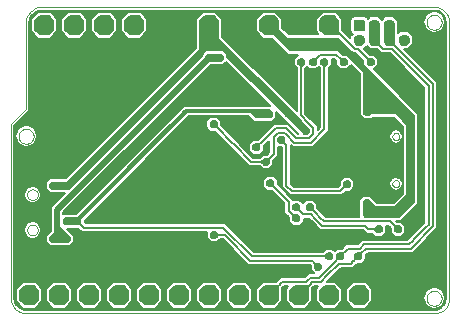
<source format=gbr>
G04 PROTEUS RS274X GERBER FILE*
%FSLAX45Y45*%
%MOMM*%
G01*
%ADD12C,0.190500*%
%ADD13C,0.508000*%
%ADD14C,0.300000*%
%ADD15C,0.609600*%
%ADD16C,1.600000*%
%AMPPAD017*
4,1,36,
-0.323000,0.450000,
0.323000,0.450000,
0.348970,0.447470,
0.372980,0.440200,
0.394580,0.428650,
0.413290,0.413290,
0.428650,0.394570,
0.440200,0.372980,
0.447470,0.348970,
0.450000,0.323000,
0.450000,-0.323000,
0.447470,-0.348970,
0.440200,-0.372980,
0.428650,-0.394570,
0.413290,-0.413290,
0.394580,-0.428650,
0.372980,-0.440200,
0.348970,-0.447470,
0.323000,-0.450000,
-0.323000,-0.450000,
-0.348970,-0.447470,
-0.372980,-0.440200,
-0.394580,-0.428650,
-0.413290,-0.413290,
-0.428650,-0.394570,
-0.440200,-0.372980,
-0.447470,-0.348970,
-0.450000,-0.323000,
-0.450000,0.323000,
-0.447470,0.348970,
-0.440200,0.372980,
-0.428650,0.394570,
-0.413290,0.413290,
-0.394580,0.428650,
-0.372980,0.440200,
-0.348970,0.447470,
-0.323000,0.450000,
0*%
%ADD25PPAD017*%
%ADD26C,0.900000*%
%ADD73C,0.025400*%
G36*
X+3449391Y+2407706D02*
X+3467995Y+2402073D01*
X+3484618Y+2393183D01*
X+3498986Y+2381386D01*
X+3510783Y+2367018D01*
X+3519673Y+2350395D01*
X+3525306Y+2331791D01*
X+3527425Y+2310020D01*
X+3527425Y-24020D01*
X+3525306Y-45791D01*
X+3519673Y-64395D01*
X+3510783Y-81018D01*
X+3498986Y-95386D01*
X+3484618Y-107183D01*
X+3467995Y-116073D01*
X+3449391Y-121706D01*
X+3427620Y-123825D01*
X-24020Y-123825D01*
X-45791Y-121706D01*
X-64395Y-116073D01*
X-81018Y-107183D01*
X-95386Y-95386D01*
X-107183Y-81018D01*
X-116073Y-64395D01*
X-121706Y-45791D01*
X-123825Y-24020D01*
X-123825Y+1435965D01*
X+3175Y+1562965D01*
X+3175Y+2310020D01*
X+5294Y+2331791D01*
X+10927Y+2350395D01*
X+19817Y+2367018D01*
X+31614Y+2381386D01*
X+45982Y+2393183D01*
X+62604Y+2402073D01*
X+81208Y+2407706D01*
X+102980Y+2409825D01*
X+3427620Y+2409825D01*
X+3449391Y+2407706D01*
G37*
%LPC*%
G36*
X+3434837Y+66072D02*
X+3466446Y+59476D01*
X+3501623Y+33144D01*
X+3522903Y-25400D01*
X+3501623Y-83944D01*
X+3466446Y-110276D01*
X+3429000Y-118090D01*
X+3391554Y-110276D01*
X+3356377Y-83944D01*
X+3335097Y-25400D01*
X+3356377Y+33144D01*
X+3391554Y+59476D01*
X+3429000Y+67290D01*
X+3434837Y+66072D01*
G37*
G36*
X+3434837Y+2402872D02*
X+3466446Y+2396276D01*
X+3501623Y+2369944D01*
X+3522903Y+2311400D01*
X+3501623Y+2252856D01*
X+3466446Y+2226524D01*
X+3429000Y+2218710D01*
X+3391554Y+2226524D01*
X+3356377Y+2252856D01*
X+3335097Y+2311400D01*
X+3356377Y+2369944D01*
X+3391554Y+2396276D01*
X+3429000Y+2404090D01*
X+3434837Y+2402872D01*
G37*
G36*
X-19563Y+1437672D02*
X+12046Y+1431076D01*
X+47223Y+1404744D01*
X+68503Y+1346200D01*
X+47223Y+1287656D01*
X+12046Y+1261324D01*
X-25400Y+1253510D01*
X-62846Y+1261324D01*
X-98023Y+1287656D01*
X-119303Y+1346200D01*
X-98023Y+1404744D01*
X-62846Y+1431076D01*
X-25400Y+1438890D01*
X-19563Y+1437672D01*
G37*
G36*
X+35802Y+624502D02*
X+35802Y+624503D01*
X+65034Y+617114D01*
X+94977Y+586295D01*
X+103169Y+551800D01*
X+94977Y+517305D01*
X+65034Y+486486D01*
X+28800Y+477328D01*
X+21798Y+479097D01*
X-7434Y+486486D01*
X-37377Y+517305D01*
X-45569Y+551800D01*
X-37377Y+586295D01*
X-7434Y+617114D01*
X+28800Y+626272D01*
X+35802Y+624502D01*
G37*
G36*
X+35802Y+924502D02*
X+35802Y+924503D01*
X+65034Y+917114D01*
X+94977Y+886295D01*
X+103169Y+851800D01*
X+94977Y+817305D01*
X+65034Y+786486D01*
X+28800Y+777328D01*
X+21798Y+779097D01*
X-7434Y+786486D01*
X-37377Y+817305D01*
X-45569Y+851800D01*
X-37377Y+886295D01*
X-7434Y+917114D01*
X+28800Y+926272D01*
X+35802Y+924502D01*
G37*
G36*
X+2604142Y+2388242D02*
X+2653029Y+2339355D01*
X+2653029Y+2242935D01*
X+2719071Y+2176893D01*
X+2719071Y+2193305D01*
X+2738741Y+2212975D01*
X+2738020Y+2213696D01*
X+2721696Y+2213696D01*
X+2721696Y+2230020D01*
X+2719071Y+2232645D01*
X+2719071Y+2339355D01*
X+2721696Y+2341980D01*
X+2721696Y+2358304D01*
X+2738020Y+2358304D01*
X+2740645Y+2360929D01*
X+2847355Y+2360929D01*
X+2849980Y+2358304D01*
X+2866304Y+2358304D01*
X+2866304Y+2341980D01*
X+2867025Y+2341259D01*
X+2886695Y+2360929D01*
X+2955305Y+2360929D01*
X+2984500Y+2331734D01*
X+3013695Y+2360929D01*
X+3082305Y+2360929D01*
X+3122929Y+2320305D01*
X+3122929Y+2216163D01*
X+3140695Y+2233929D01*
X+3209305Y+2233929D01*
X+3249929Y+2193305D01*
X+3249929Y+2124695D01*
X+3209305Y+2084071D01*
X+3175013Y+2084071D01*
X+3456422Y+1802662D01*
X+3456422Y+567138D01*
X+3247405Y+358121D01*
X+2867655Y+358121D01*
X+2849879Y+340345D01*
X+2849879Y+302245D01*
X+2815605Y+267971D01*
X+2777505Y+267971D01*
X+2740716Y+231182D01*
X+2640281Y+231182D01*
X+2522128Y+113029D01*
X+2593355Y+113029D01*
X+2653029Y+53355D01*
X+2653029Y-53355D01*
X+2593355Y-113029D01*
X+2486645Y-113029D01*
X+2426971Y-53355D01*
X+2426971Y+53355D01*
X+2449725Y+76109D01*
X+2414193Y+76109D01*
X+2399029Y+60945D01*
X+2399029Y-53355D01*
X+2339355Y-113029D01*
X+2232645Y-113029D01*
X+2172971Y-53355D01*
X+2172971Y+53355D01*
X+2195765Y+76149D01*
X+2160233Y+76149D01*
X+2145029Y+60945D01*
X+2145029Y-53355D01*
X+2085355Y-113029D01*
X+1978645Y-113029D01*
X+1918971Y-53355D01*
X+1918971Y+53355D01*
X+1978645Y+113029D01*
X+2092945Y+113029D01*
X+2129723Y+149807D01*
X+2331723Y+149807D01*
X+2368431Y+186515D01*
X+2409351Y+186515D01*
X+2382521Y+213345D01*
X+2382521Y+251445D01*
X+2377352Y+256614D01*
X+1855498Y+256614D01*
X+1639591Y+472521D01*
X+1617905Y+472521D01*
X+1592505Y+447121D01*
X+1536595Y+447121D01*
X+1502321Y+481395D01*
X+1502321Y+534698D01*
X+447018Y+534698D01*
X+417145Y+564571D01*
X+320513Y+564571D01*
X+380329Y+504755D01*
X+380329Y+448845D01*
X+346055Y+414571D01*
X+175845Y+414571D01*
X+141571Y+448845D01*
X+141571Y+504755D01*
X+182846Y+546030D01*
X+182846Y+743880D01*
X+303537Y+864571D01*
X+175845Y+864571D01*
X+141571Y+898845D01*
X+141571Y+954755D01*
X+175845Y+989029D01*
X+311245Y+989029D01*
X+1410971Y+2088755D01*
X+1410971Y+2339355D01*
X+1470645Y+2399029D01*
X+1577355Y+2399029D01*
X+1637029Y+2339355D01*
X+1637029Y+2188205D01*
X+2265421Y+1559813D01*
X+2265421Y+1919895D01*
X+2240021Y+1945295D01*
X+2240021Y+2001205D01*
X+2274134Y+2035318D01*
X+2192498Y+2035318D01*
X+2054845Y+2172971D01*
X+1978645Y+2172971D01*
X+1918971Y+2232645D01*
X+1918971Y+2339355D01*
X+1978645Y+2399029D01*
X+2085355Y+2399029D01*
X+2145029Y+2339355D01*
X+2145029Y+2263155D01*
X+2198307Y+2209877D01*
X+2449739Y+2209877D01*
X+2426971Y+2232645D01*
X+2426971Y+2339355D01*
X+2486645Y+2399029D01*
X+2593355Y+2399029D01*
X+2604142Y+2388242D01*
G37*
G36*
X+2343025Y+2309621D02*
X+2343025Y+2262379D01*
X+2309621Y+2228975D01*
X+2262379Y+2228975D01*
X+2228975Y+2262379D01*
X+2228975Y+2309621D01*
X+2262379Y+2343025D01*
X+2309621Y+2343025D01*
X+2343025Y+2309621D01*
G37*
G36*
X+1835025Y+2309621D02*
X+1835025Y+2262379D01*
X+1801621Y+2228975D01*
X+1754379Y+2228975D01*
X+1720975Y+2262379D01*
X+1720975Y+2309621D01*
X+1754379Y+2343025D01*
X+1801621Y+2343025D01*
X+1835025Y+2309621D01*
G37*
G36*
X+1200025Y+2309621D02*
X+1200025Y+2262379D01*
X+1166621Y+2228975D01*
X+1119379Y+2228975D01*
X+1085975Y+2262379D01*
X+1085975Y+2309621D01*
X+1119379Y+2343025D01*
X+1166621Y+2343025D01*
X+1200025Y+2309621D01*
G37*
G36*
X+953142Y+2388242D02*
X+1002029Y+2339355D01*
X+1002029Y+2232645D01*
X+942355Y+2172971D01*
X+835645Y+2172971D01*
X+775971Y+2232645D01*
X+775971Y+2339355D01*
X+835645Y+2399029D01*
X+942355Y+2399029D01*
X+953142Y+2388242D01*
G37*
G36*
X+699142Y+2388242D02*
X+748029Y+2339355D01*
X+748029Y+2232645D01*
X+688355Y+2172971D01*
X+581645Y+2172971D01*
X+521971Y+2232645D01*
X+521971Y+2339355D01*
X+581645Y+2399029D01*
X+688355Y+2399029D01*
X+699142Y+2388242D01*
G37*
G36*
X+445142Y+2388242D02*
X+494029Y+2339355D01*
X+494029Y+2232645D01*
X+434355Y+2172971D01*
X+327645Y+2172971D01*
X+267971Y+2232645D01*
X+267971Y+2339355D01*
X+327645Y+2399029D01*
X+434355Y+2399029D01*
X+445142Y+2388242D01*
G37*
G36*
X+191142Y+2388242D02*
X+240029Y+2339355D01*
X+240029Y+2232645D01*
X+180355Y+2172971D01*
X+73645Y+2172971D01*
X+13971Y+2232645D01*
X+13971Y+2339355D01*
X+73645Y+2399029D01*
X+180355Y+2399029D01*
X+191142Y+2388242D01*
G37*
G36*
X+64142Y+102242D02*
X+113029Y+53355D01*
X+113029Y-53355D01*
X+53355Y-113029D01*
X-53355Y-113029D01*
X-113029Y-53355D01*
X-113029Y+53355D01*
X-53355Y+113029D01*
X+53355Y+113029D01*
X+64142Y+102242D01*
G37*
G36*
X+318142Y+102242D02*
X+367029Y+53355D01*
X+367029Y-53355D01*
X+307355Y-113029D01*
X+200645Y-113029D01*
X+140971Y-53355D01*
X+140971Y+53355D01*
X+200645Y+113029D01*
X+307355Y+113029D01*
X+318142Y+102242D01*
G37*
G36*
X+572142Y+102242D02*
X+621029Y+53355D01*
X+621029Y-53355D01*
X+561355Y-113029D01*
X+454645Y-113029D01*
X+394971Y-53355D01*
X+394971Y+53355D01*
X+454645Y+113029D01*
X+561355Y+113029D01*
X+572142Y+102242D01*
G37*
G36*
X+826142Y+102242D02*
X+875029Y+53355D01*
X+875029Y-53355D01*
X+815355Y-113029D01*
X+708645Y-113029D01*
X+648971Y-53355D01*
X+648971Y+53355D01*
X+708645Y+113029D01*
X+815355Y+113029D01*
X+826142Y+102242D01*
G37*
G36*
X+1080142Y+102242D02*
X+1129029Y+53355D01*
X+1129029Y-53355D01*
X+1069355Y-113029D01*
X+962645Y-113029D01*
X+902971Y-53355D01*
X+902971Y+53355D01*
X+962645Y+113029D01*
X+1069355Y+113029D01*
X+1080142Y+102242D01*
G37*
G36*
X+1334142Y+102242D02*
X+1383029Y+53355D01*
X+1383029Y-53355D01*
X+1323355Y-113029D01*
X+1216645Y-113029D01*
X+1156971Y-53355D01*
X+1156971Y+53355D01*
X+1216645Y+113029D01*
X+1323355Y+113029D01*
X+1334142Y+102242D01*
G37*
G36*
X+1588142Y+102242D02*
X+1637029Y+53355D01*
X+1637029Y-53355D01*
X+1577355Y-113029D01*
X+1470645Y-113029D01*
X+1410971Y-53355D01*
X+1410971Y+53355D01*
X+1470645Y+113029D01*
X+1577355Y+113029D01*
X+1588142Y+102242D01*
G37*
G36*
X+1842142Y+102242D02*
X+1891029Y+53355D01*
X+1891029Y-53355D01*
X+1831355Y-113029D01*
X+1724645Y-113029D01*
X+1664971Y-53355D01*
X+1664971Y+53355D01*
X+1724645Y+113029D01*
X+1831355Y+113029D01*
X+1842142Y+102242D01*
G37*
G36*
X+2858142Y+102242D02*
X+2907029Y+53355D01*
X+2907029Y-53355D01*
X+2847355Y-113029D01*
X+2740645Y-113029D01*
X+2680971Y-53355D01*
X+2680971Y+53355D01*
X+2740645Y+113029D01*
X+2847355Y+113029D01*
X+2858142Y+102242D01*
G37*
G36*
X+3135475Y+2269628D02*
X+3135475Y+2302372D01*
X+3158628Y+2325525D01*
X+3191372Y+2325525D01*
X+3214525Y+2302372D01*
X+3214525Y+2269628D01*
X+3191372Y+2246475D01*
X+3158628Y+2246475D01*
X+3135475Y+2269628D01*
G37*
G36*
X+3334385Y+153342D02*
X+3334385Y+173858D01*
X+3348892Y+188365D01*
X+3369408Y+188365D01*
X+3383915Y+173858D01*
X+3383915Y+153342D01*
X+3369408Y+138835D01*
X+3348892Y+138835D01*
X+3334385Y+153342D01*
G37*
G36*
X+3152685Y+181592D02*
X+3152685Y+202108D01*
X+3167192Y+216615D01*
X+3187708Y+216615D01*
X+3202215Y+202108D01*
X+3202215Y+181592D01*
X+3187708Y+167085D01*
X+3167192Y+167085D01*
X+3152685Y+181592D01*
G37*
G36*
X+109035Y+1056542D02*
X+109035Y+1077058D01*
X+123542Y+1091565D01*
X+144058Y+1091565D01*
X+158565Y+1077058D01*
X+158565Y+1056542D01*
X+144058Y+1042035D01*
X+123542Y+1042035D01*
X+109035Y+1056542D01*
G37*
G36*
X+2121535Y+1767742D02*
X+2121535Y+1788258D01*
X+2136042Y+1802765D01*
X+2156558Y+1802765D01*
X+2171065Y+1788258D01*
X+2171065Y+1767742D01*
X+2156558Y+1753235D01*
X+2136042Y+1753235D01*
X+2121535Y+1767742D01*
G37*
G36*
X+109035Y+326542D02*
X+109035Y+347058D01*
X+123542Y+361565D01*
X+144058Y+361565D01*
X+158565Y+347058D01*
X+158565Y+326542D01*
X+144058Y+312035D01*
X+123542Y+312035D01*
X+109035Y+326542D01*
G37*
G36*
X-100965Y+326542D02*
X-100965Y+347058D01*
X-86458Y+361565D01*
X-65942Y+361565D01*
X-51435Y+347058D01*
X-51435Y+326542D01*
X-65942Y+312035D01*
X-86458Y+312035D01*
X-100965Y+326542D01*
G37*
G36*
X-100965Y+1056542D02*
X-100965Y+1077058D01*
X-86458Y+1091565D01*
X-65942Y+1091565D01*
X-51435Y+1077058D01*
X-51435Y+1056542D01*
X-65942Y+1042035D01*
X-86458Y+1042035D01*
X-100965Y+1056542D01*
G37*
G36*
X+1918335Y+218342D02*
X+1918335Y+238858D01*
X+1932842Y+253365D01*
X+1953358Y+253365D01*
X+1967865Y+238858D01*
X+1967865Y+218342D01*
X+1953358Y+203835D01*
X+1932842Y+203835D01*
X+1918335Y+218342D01*
G37*
G36*
X+1651635Y+243742D02*
X+1651635Y+264258D01*
X+1666142Y+278765D01*
X+1686658Y+278765D01*
X+1701165Y+264258D01*
X+1701165Y+243742D01*
X+1686658Y+229235D01*
X+1666142Y+229235D01*
X+1651635Y+243742D01*
G37*
G36*
X+1397635Y+243742D02*
X+1397635Y+264258D01*
X+1412142Y+278765D01*
X+1432658Y+278765D01*
X+1447165Y+264258D01*
X+1447165Y+243742D01*
X+1432658Y+229235D01*
X+1412142Y+229235D01*
X+1397635Y+243742D01*
G37*
G36*
X+1143635Y+243742D02*
X+1143635Y+264258D01*
X+1158142Y+278765D01*
X+1178658Y+278765D01*
X+1193165Y+264258D01*
X+1193165Y+243742D01*
X+1178658Y+229235D01*
X+1158142Y+229235D01*
X+1143635Y+243742D01*
G37*
G36*
X+889635Y+243742D02*
X+889635Y+264258D01*
X+904142Y+278765D01*
X+924658Y+278765D01*
X+939165Y+264258D01*
X+939165Y+243742D01*
X+924658Y+229235D01*
X+904142Y+229235D01*
X+889635Y+243742D01*
G37*
G36*
X+622935Y+243742D02*
X+622935Y+264258D01*
X+637442Y+278765D01*
X+657958Y+278765D01*
X+672465Y+264258D01*
X+672465Y+243742D01*
X+657958Y+229235D01*
X+637442Y+229235D01*
X+622935Y+243742D01*
G37*
G36*
X+2921635Y-10258D02*
X+2921635Y+10258D01*
X+2936142Y+24765D01*
X+2956658Y+24765D01*
X+2971165Y+10258D01*
X+2971165Y-10258D01*
X+2956658Y-24765D01*
X+2936142Y-24765D01*
X+2921635Y-10258D01*
G37*
G36*
X+2007235Y+2021742D02*
X+2007235Y+2042258D01*
X+2021742Y+2056765D01*
X+2042258Y+2056765D01*
X+2056765Y+2042258D01*
X+2056765Y+2021742D01*
X+2042258Y+2007235D01*
X+2021742Y+2007235D01*
X+2007235Y+2021742D01*
G37*
G36*
X+991235Y+2021742D02*
X+991235Y+2042258D01*
X+1005742Y+2056765D01*
X+1026258Y+2056765D01*
X+1040765Y+2042258D01*
X+1040765Y+2021742D01*
X+1026258Y+2007235D01*
X+1005742Y+2007235D01*
X+991235Y+2021742D01*
G37*
G36*
X+229235Y+2021742D02*
X+229235Y+2042258D01*
X+243742Y+2056765D01*
X+264258Y+2056765D01*
X+278765Y+2042258D01*
X+278765Y+2021742D01*
X+264258Y+2007235D01*
X+243742Y+2007235D01*
X+229235Y+2021742D01*
G37*
G36*
X+483235Y+2021742D02*
X+483235Y+2042258D01*
X+497742Y+2056765D01*
X+518258Y+2056765D01*
X+532765Y+2042258D01*
X+532765Y+2021742D01*
X+518258Y+2007235D01*
X+497742Y+2007235D01*
X+483235Y+2021742D01*
G37*
G36*
X+737235Y+2021742D02*
X+737235Y+2042258D01*
X+751742Y+2056765D01*
X+772258Y+2056765D01*
X+786765Y+2042258D01*
X+786765Y+2021742D01*
X+772258Y+2007235D01*
X+751742Y+2007235D01*
X+737235Y+2021742D01*
G37*
G36*
X+229235Y+1513742D02*
X+229235Y+1534258D01*
X+243742Y+1548765D01*
X+264258Y+1548765D01*
X+278765Y+1534258D01*
X+278765Y+1513742D01*
X+264258Y+1499235D01*
X+243742Y+1499235D01*
X+229235Y+1513742D01*
G37*
G36*
X+483235Y+1767742D02*
X+483235Y+1788258D01*
X+497742Y+1802765D01*
X+518258Y+1802765D01*
X+532765Y+1788258D01*
X+532765Y+1767742D01*
X+518258Y+1753235D01*
X+497742Y+1753235D01*
X+483235Y+1767742D01*
G37*
G36*
X+483235Y+1259742D02*
X+483235Y+1280258D01*
X+497742Y+1294765D01*
X+518258Y+1294765D01*
X+532765Y+1280258D01*
X+532765Y+1259742D01*
X+518258Y+1245235D01*
X+497742Y+1245235D01*
X+483235Y+1259742D01*
G37*
%LPD*%
G36*
X+1593850Y+2179300D02*
X+2265421Y+1507729D01*
X+2265421Y+1506427D01*
X+2362200Y+1409649D01*
X+2362200Y+1406623D01*
X+2353408Y+1415415D01*
X+2332892Y+1415415D01*
X+2318385Y+1400908D01*
X+2318385Y+1384915D01*
X+2185015Y+1518285D01*
X+2201008Y+1518285D01*
X+2215515Y+1532792D01*
X+2215515Y+1553308D01*
X+2201008Y+1567815D01*
X+2180492Y+1567815D01*
X+2165985Y+1553308D01*
X+2165985Y+1537315D01*
X+1682750Y+2020550D01*
X+1682750Y+2039600D01*
X+1644650Y+2077700D01*
X+1485900Y+2077700D01*
X+1485900Y+2230100D01*
X+1499254Y+2230100D01*
X+1500379Y+2228975D01*
X+1547621Y+2228975D01*
X+1548746Y+2230100D01*
X+1593850Y+2230100D01*
X+1593850Y+2179300D01*
G37*
G36*
X+2178050Y+2166600D02*
X+2616200Y+2166600D01*
X+2743200Y+2039600D01*
X+2768600Y+2039600D01*
X+2825750Y+1982450D01*
X+2825750Y+1944350D01*
X+3251200Y+1518900D01*
X+3251200Y+788650D01*
X+3130550Y+668000D01*
X+2882900Y+668000D01*
X+2882900Y+782300D01*
X+2927350Y+737850D01*
X+3105150Y+737850D01*
X+3206750Y+839450D01*
X+3206750Y+1449050D01*
X+3111500Y+1544300D01*
X+2888615Y+1544300D01*
X+2888615Y+1560908D01*
X+2874108Y+1575415D01*
X+2853592Y+1575415D01*
X+2844800Y+1566623D01*
X+2844800Y+1623577D01*
X+2853592Y+1614785D01*
X+2874108Y+1614785D01*
X+2888615Y+1629292D01*
X+2888615Y+1649808D01*
X+2874108Y+1664315D01*
X+2853592Y+1664315D01*
X+2844800Y+1655523D01*
X+2844800Y+1893550D01*
X+2698750Y+2039600D01*
X+2660650Y+2039600D01*
X+2622550Y+2077700D01*
X+2209800Y+2077700D01*
X+2063750Y+2223750D01*
X+2063750Y+2230100D01*
X+2089150Y+2255500D01*
X+2178050Y+2166600D01*
G37*
G36*
X+2365108Y+1921808D02*
X+2375895Y+1911021D01*
X+2431805Y+1911021D01*
X+2451475Y+1930691D01*
X+2462271Y+1919895D01*
X+2462271Y+1419736D01*
X+2442154Y+1399619D01*
X+2442154Y+1433862D01*
X+2339079Y+1536938D01*
X+2339079Y+1919895D01*
X+2353050Y+1933866D01*
X+2365108Y+1921808D01*
G37*
%LPC*%
G36*
X+2375535Y+1767742D02*
X+2375535Y+1788258D01*
X+2390042Y+1802765D01*
X+2410558Y+1802765D01*
X+2425065Y+1788258D01*
X+2425065Y+1767742D01*
X+2410558Y+1753235D01*
X+2390042Y+1753235D01*
X+2375535Y+1767742D01*
G37*
%LPD*%
G36*
X+2875908Y+2094858D02*
X+2886695Y+2084071D01*
X+2943845Y+2084071D01*
X+2980586Y+2047330D01*
X+3055542Y+2047330D01*
X+3346008Y+1756864D01*
X+3346008Y+612842D01*
X+3201731Y+468565D01*
X+2821965Y+468566D01*
X+2782619Y+429220D01*
X+2682186Y+429220D01*
X+2645395Y+392429D01*
X+2607295Y+392429D01*
X+2587666Y+372800D01*
X+2568037Y+392429D01*
X+2512127Y+392429D01*
X+2486727Y+367029D01*
X+1901204Y+367029D01*
X+1659877Y+608356D01*
X+477528Y+608356D01*
X+469229Y+616655D01*
X+469229Y+629203D01*
X+1353472Y+1513446D01*
X+1857120Y+1513446D01*
X+1902445Y+1468121D01*
X+2059955Y+1468121D01*
X+2094229Y+1502395D01*
X+2094229Y+1549387D01*
X+2278299Y+1365317D01*
X+2276865Y+1365317D01*
X+2192004Y+1450178D01*
X+2071194Y+1450178D01*
X+1934195Y+1313179D01*
X+1896095Y+1313179D01*
X+1861821Y+1278905D01*
X+1861821Y+1222995D01*
X+1896095Y+1188721D01*
X+1952005Y+1188721D01*
X+1986279Y+1222995D01*
X+1986279Y+1261095D01*
X+2034608Y+1309424D01*
X+2034608Y+1210180D01*
X+2015456Y+1191029D01*
X+1977356Y+1191029D01*
X+1951956Y+1165629D01*
X+1896355Y+1165629D01*
X+1624329Y+1437655D01*
X+1624329Y+1475755D01*
X+1590055Y+1510029D01*
X+1534145Y+1510029D01*
X+1499871Y+1475755D01*
X+1499871Y+1419845D01*
X+1534145Y+1385571D01*
X+1572245Y+1385571D01*
X+1865845Y+1091971D01*
X+1951955Y+1091971D01*
X+1977356Y+1066571D01*
X+2033266Y+1066571D01*
X+2067540Y+1100845D01*
X+2067540Y+1138944D01*
X+2087985Y+1159389D01*
X+2108266Y+1179672D01*
X+2108266Y+1252221D01*
X+2141221Y+1252221D01*
X+2141221Y+911845D01*
X+2208138Y+844928D01*
X+2649612Y+844928D01*
X+2682255Y+877571D01*
X+2720355Y+877571D01*
X+2754629Y+911845D01*
X+2754629Y+967755D01*
X+2720355Y+1002029D01*
X+2664445Y+1002029D01*
X+2630171Y+967755D01*
X+2630171Y+929655D01*
X+2619102Y+918586D01*
X+2238648Y+918586D01*
X+2214879Y+942355D01*
X+2214879Y+1271183D01*
X+2231189Y+1254873D01*
X+2401576Y+1254873D01*
X+2535929Y+1389226D01*
X+2535929Y+1919895D01*
X+2561329Y+1945295D01*
X+2561329Y+1998571D01*
X+2586795Y+1998571D01*
X+2601971Y+1983395D01*
X+2601971Y+1945295D01*
X+2636245Y+1911021D01*
X+2692155Y+1911021D01*
X+2726429Y+1945295D01*
X+2726429Y+1949063D01*
X+2801621Y+1873871D01*
X+2801621Y+1522695D01*
X+2835895Y+1488421D01*
X+2891805Y+1488421D01*
X+2906700Y+1503316D01*
X+3088441Y+1503316D01*
X+3165561Y+1426196D01*
X+3165561Y+859864D01*
X+3086726Y+781029D01*
X+2943455Y+781029D01*
X+2885455Y+839029D01*
X+2829545Y+839029D01*
X+2795271Y+804755D01*
X+2795271Y+662537D01*
X+2510547Y+662537D01*
X+2437029Y+736055D01*
X+2437029Y+774155D01*
X+2402755Y+808429D01*
X+2346845Y+808429D01*
X+2317650Y+779234D01*
X+2288455Y+808429D01*
X+2234655Y+808429D01*
X+2105229Y+937855D01*
X+2105229Y+975955D01*
X+2070955Y+1010229D01*
X+2015045Y+1010229D01*
X+1980771Y+975955D01*
X+1980771Y+920045D01*
X+2015045Y+885771D01*
X+2053145Y+885771D01*
X+2161528Y+777388D01*
X+2161528Y+697838D01*
X+2199846Y+659520D01*
X+2199846Y+621420D01*
X+2234120Y+587146D01*
X+2290030Y+587146D01*
X+2324304Y+621420D01*
X+2324304Y+647226D01*
X+2369719Y+647226D01*
X+2401402Y+615543D01*
X+2401402Y+615518D01*
X+2464799Y+552121D01*
X+2826445Y+552121D01*
X+2858195Y+520371D01*
X+2905745Y+520371D01*
X+2931145Y+494971D01*
X+2987055Y+494971D01*
X+3021329Y+529245D01*
X+3021329Y+585155D01*
X+3017605Y+588879D01*
X+3040437Y+588879D01*
X+3061971Y+567345D01*
X+3061971Y+529245D01*
X+3096245Y+494971D01*
X+3152155Y+494971D01*
X+3186429Y+529245D01*
X+3186429Y+585155D01*
X+3152155Y+619429D01*
X+3114055Y+619429D01*
X+3107813Y+625671D01*
X+3147621Y+625671D01*
X+3295345Y+773395D01*
X+3295345Y+1532673D01*
X+2916997Y+1911021D01*
X+2920755Y+1911021D01*
X+2955029Y+1945295D01*
X+2955029Y+2001205D01*
X+2920755Y+2035479D01*
X+2882655Y+2035479D01*
X+2831184Y+2086950D01*
X+2857500Y+2113266D01*
X+2875908Y+2094858D01*
G37*
%LPC*%
G36*
X+3131890Y+994605D02*
X+3143160Y+990988D01*
X+3164275Y+949912D01*
X+3164275Y+936088D01*
X+3143160Y+895012D01*
X+3105700Y+882990D01*
X+3068240Y+895012D01*
X+3047125Y+936088D01*
X+3047125Y+949912D01*
X+3068240Y+990988D01*
X+3105700Y+1003010D01*
X+3131890Y+994605D01*
G37*
G36*
X+3131890Y+1394605D02*
X+3143160Y+1390988D01*
X+3164275Y+1349912D01*
X+3164275Y+1336088D01*
X+3143160Y+1295012D01*
X+3105700Y+1282990D01*
X+3068240Y+1295012D01*
X+3047125Y+1336088D01*
X+3047125Y+1349912D01*
X+3068240Y+1390988D01*
X+3105700Y+1403010D01*
X+3131890Y+1394605D01*
G37*
G36*
X+3050935Y+1467742D02*
X+3050935Y+1488258D01*
X+3065442Y+1502765D01*
X+3085958Y+1502765D01*
X+3100465Y+1488258D01*
X+3100465Y+1467742D01*
X+3085958Y+1453235D01*
X+3065442Y+1453235D01*
X+3050935Y+1467742D01*
G37*
G36*
X+3295935Y+1527742D02*
X+3295935Y+1548258D01*
X+3310442Y+1562765D01*
X+3330958Y+1562765D01*
X+3345465Y+1548258D01*
X+3345465Y+1527742D01*
X+3330958Y+1513235D01*
X+3310442Y+1513235D01*
X+3295935Y+1527742D01*
G37*
G36*
X+2781935Y+1230992D02*
X+2781935Y+1251508D01*
X+2796442Y+1266015D01*
X+2816958Y+1266015D01*
X+2831465Y+1251508D01*
X+2831465Y+1230992D01*
X+2816958Y+1216485D01*
X+2796442Y+1216485D01*
X+2781935Y+1230992D01*
G37*
G36*
X+3050935Y+797742D02*
X+3050935Y+818258D01*
X+3065442Y+832765D01*
X+3085958Y+832765D01*
X+3100465Y+818258D01*
X+3100465Y+797742D01*
X+3085958Y+783235D01*
X+3065442Y+783235D01*
X+3050935Y+797742D01*
G37*
G36*
X+3295935Y+737742D02*
X+3295935Y+758258D01*
X+3310442Y+772765D01*
X+3330958Y+772765D01*
X+3345465Y+758258D01*
X+3345465Y+737742D01*
X+3330958Y+723235D01*
X+3310442Y+723235D01*
X+3295935Y+737742D01*
G37*
G36*
X+2667635Y+769542D02*
X+2667635Y+790058D01*
X+2682142Y+804565D01*
X+2702658Y+804565D01*
X+2717165Y+790058D01*
X+2717165Y+769542D01*
X+2702658Y+755035D01*
X+2682142Y+755035D01*
X+2667635Y+769542D01*
G37*
G36*
X+1829435Y+666292D02*
X+1829435Y+686808D01*
X+1843942Y+701315D01*
X+1864458Y+701315D01*
X+1878965Y+686808D01*
X+1878965Y+666292D01*
X+1864458Y+651785D01*
X+1843942Y+651785D01*
X+1829435Y+666292D01*
G37*
G36*
X+1842135Y+1361342D02*
X+1842135Y+1381858D01*
X+1856642Y+1396365D01*
X+1877158Y+1396365D01*
X+1891665Y+1381858D01*
X+1891665Y+1361342D01*
X+1877158Y+1346835D01*
X+1856642Y+1346835D01*
X+1842135Y+1361342D01*
G37*
G36*
X+1397635Y+1259742D02*
X+1397635Y+1280258D01*
X+1412142Y+1294765D01*
X+1432658Y+1294765D01*
X+1447165Y+1280258D01*
X+1447165Y+1259742D01*
X+1432658Y+1245235D01*
X+1412142Y+1245235D01*
X+1397635Y+1259742D01*
G37*
G36*
X+1143635Y+1005742D02*
X+1143635Y+1026258D01*
X+1158142Y+1040765D01*
X+1178658Y+1040765D01*
X+1193165Y+1026258D01*
X+1193165Y+1005742D01*
X+1178658Y+991235D01*
X+1158142Y+991235D01*
X+1143635Y+1005742D01*
G37*
G36*
X+1651635Y+1005742D02*
X+1651635Y+1026258D01*
X+1666142Y+1040765D01*
X+1686658Y+1040765D01*
X+1701165Y+1026258D01*
X+1701165Y+1005742D01*
X+1686658Y+991235D01*
X+1666142Y+991235D01*
X+1651635Y+1005742D01*
G37*
G36*
X+2413635Y+497742D02*
X+2413635Y+518258D01*
X+2428142Y+532765D01*
X+2448658Y+532765D01*
X+2463165Y+518258D01*
X+2463165Y+497742D01*
X+2448658Y+483235D01*
X+2428142Y+483235D01*
X+2413635Y+497742D01*
G37*
G36*
X+2839085Y+1380392D02*
X+2839085Y+1400908D01*
X+2853592Y+1415415D01*
X+2874108Y+1415415D01*
X+2888615Y+1400908D01*
X+2888615Y+1380392D01*
X+2874108Y+1365885D01*
X+2853592Y+1365885D01*
X+2839085Y+1380392D01*
G37*
G36*
X+2707073Y+1772754D02*
X+2707073Y+1793270D01*
X+2721580Y+1807777D01*
X+2742096Y+1807777D01*
X+2756603Y+1793270D01*
X+2756603Y+1772754D01*
X+2742096Y+1758247D01*
X+2721580Y+1758247D01*
X+2707073Y+1772754D01*
G37*
G36*
X+2317535Y+1035242D02*
X+2317535Y+1055758D01*
X+2332042Y+1070265D01*
X+2352558Y+1070265D01*
X+2367065Y+1055758D01*
X+2367065Y+1035242D01*
X+2352558Y+1020735D01*
X+2332042Y+1020735D01*
X+2317535Y+1035242D01*
G37*
G36*
X+3175635Y+1767742D02*
X+3175635Y+1788258D01*
X+3190142Y+1802765D01*
X+3210658Y+1802765D01*
X+3225165Y+1788258D01*
X+3225165Y+1767742D01*
X+3210658Y+1753235D01*
X+3190142Y+1753235D01*
X+3175635Y+1767742D01*
G37*
%LPD*%
G36*
X+2038337Y+1605279D02*
X+1311895Y+1605279D01*
X+395645Y+689029D01*
X+290145Y+689029D01*
X+288254Y+687138D01*
X+288254Y+700220D01*
X+1536905Y+1948871D01*
X+1641455Y+1948871D01*
X+1668100Y+1975516D01*
X+2038337Y+1605279D01*
G37*
%LPC*%
G36*
X+1613535Y+1767742D02*
X+1613535Y+1788258D01*
X+1628042Y+1802765D01*
X+1648558Y+1802765D01*
X+1663065Y+1788258D01*
X+1663065Y+1767742D01*
X+1648558Y+1753235D01*
X+1628042Y+1753235D01*
X+1613535Y+1767742D01*
G37*
G36*
X+889635Y+1259742D02*
X+889635Y+1280258D01*
X+904142Y+1294765D01*
X+924658Y+1294765D01*
X+939165Y+1280258D01*
X+939165Y+1259742D01*
X+924658Y+1245235D01*
X+904142Y+1245235D01*
X+889635Y+1259742D01*
G37*
G36*
X+635635Y+1005742D02*
X+635635Y+1026258D01*
X+650142Y+1040765D01*
X+670658Y+1040765D01*
X+685165Y+1026258D01*
X+685165Y+1005742D01*
X+670658Y+991235D01*
X+650142Y+991235D01*
X+635635Y+1005742D01*
G37*
G36*
X+381635Y+751742D02*
X+381635Y+772258D01*
X+396142Y+786765D01*
X+416658Y+786765D01*
X+431165Y+772258D01*
X+431165Y+751742D01*
X+416658Y+737235D01*
X+396142Y+737235D01*
X+381635Y+751742D01*
G37*
%LPD*%
D12*
X+2692400Y+779800D02*
X+2806700Y+894100D01*
X+3034200Y+849500D02*
X+2989600Y+894100D01*
X+2806700Y+894100D01*
X+3058600Y+825100D02*
X+3075700Y+808000D01*
X+2806700Y+1060450D02*
X+2806700Y+894100D01*
X+2488350Y+1060450D02*
X+2476500Y+1060450D01*
X+2469300Y+1060450D01*
X+2357250Y+1060450D01*
X+2342300Y+1045500D01*
X+2450250Y+1172500D02*
X+2469300Y+1172500D01*
X+2806700Y+1172500D01*
X+2806700Y+1241250D02*
X+2806700Y+1172500D01*
X+3143250Y+1153450D02*
X+3143250Y+1162050D01*
X+3143250Y+1172500D01*
X+2806700Y+1060450D02*
X+3143250Y+1060450D01*
X+3143250Y+1153450D01*
X+2806700Y+1172500D02*
X+3143250Y+1172500D01*
X+2469300Y+918500D02*
X+2611250Y+1060450D01*
X+2666150Y+1060450D01*
X+2488350Y+1060450D02*
X+2611250Y+1060450D01*
X+2666150Y+1060450D02*
X+2806700Y+1060450D01*
X+2469300Y+918500D02*
X+2469300Y+1060450D01*
X+2794000Y+0D02*
X+2794000Y+76200D01*
X+2832100Y+76200D01*
X+2870200Y+38100D01*
X+2870200Y-38100D01*
X+2832100Y-76200D01*
X+2755900Y-76200D01*
X+2717800Y-38100D01*
X+2717800Y+38100D01*
X+2755900Y+76200D01*
X+2794000Y+76200D01*
X+2540000Y+0D02*
X+2540000Y+76200D01*
X+2578100Y+76200D01*
X+2616200Y+38100D01*
X+2616200Y-38100D01*
X+2578100Y-76200D01*
X+2501900Y-76200D01*
X+2463800Y-38100D01*
X+2463800Y+38100D01*
X+2501900Y+76200D01*
X+2540000Y+76200D01*
X+1778000Y+0D02*
X+1778000Y+76200D01*
X+1816100Y+76200D01*
X+1854200Y+38100D01*
X+1854200Y-38100D01*
X+1816100Y-76200D01*
X+1739900Y-76200D01*
X+1701800Y-38100D01*
X+1701800Y+38100D01*
X+1739900Y+76200D01*
X+1778000Y+76200D01*
X+1524000Y+0D02*
X+1524000Y+76200D01*
X+1562100Y+76200D01*
X+1600200Y+38100D01*
X+1600200Y-38100D01*
X+1562100Y-76200D01*
X+1485900Y-76200D01*
X+1447800Y-38100D01*
X+1447800Y+38100D01*
X+1485900Y+76200D01*
X+1524000Y+76200D01*
X+1270000Y+0D02*
X+1270000Y+76200D01*
X+1308100Y+76200D01*
X+1346200Y+38100D01*
X+1346200Y-38100D01*
X+1308100Y-76200D01*
X+1231900Y-76200D01*
X+1193800Y-38100D01*
X+1193800Y+38100D01*
X+1231900Y+76200D01*
X+1270000Y+76200D01*
X+1016000Y+0D02*
X+1016000Y+76200D01*
X+1054100Y+76200D01*
X+1092200Y+38100D01*
X+1092200Y-38100D01*
X+1054100Y-76200D01*
X+977900Y-76200D01*
X+939800Y-38100D01*
X+939800Y+38100D01*
X+977900Y+76200D01*
X+1016000Y+76200D01*
X+762000Y+0D02*
X+762000Y+76200D01*
X+800100Y+76200D01*
X+838200Y+38100D01*
X+838200Y-38100D01*
X+800100Y-76200D01*
X+723900Y-76200D01*
X+685800Y-38100D01*
X+685800Y+38100D01*
X+723900Y+76200D01*
X+762000Y+76200D01*
X+508000Y+0D02*
X+508000Y+76200D01*
X+546100Y+76200D01*
X+584200Y+38100D01*
X+584200Y-38100D01*
X+546100Y-76200D01*
X+469900Y-76200D01*
X+431800Y-38100D01*
X+431800Y+38100D01*
X+469900Y+76200D01*
X+508000Y+76200D01*
X+254000Y+0D02*
X+254000Y+76200D01*
X+292100Y+76200D01*
X+330200Y+38100D01*
X+330200Y-38100D01*
X+292100Y-76200D01*
X+215900Y-76200D01*
X+177800Y-38100D01*
X+177800Y+38100D01*
X+215900Y+76200D01*
X+254000Y+76200D01*
X+2286000Y+2286000D02*
X+2286000Y+2362200D01*
X+2324100Y+2362200D01*
X+2362200Y+2324100D01*
X+2362200Y+2247900D01*
X+2324100Y+2209800D01*
X+2247900Y+2209800D01*
X+2209800Y+2247900D01*
X+2209800Y+2324100D01*
X+2247900Y+2362200D01*
X+2286000Y+2362200D01*
X+1778000Y+2286000D02*
X+1778000Y+2362200D01*
X+1816100Y+2362200D01*
X+1854200Y+2324100D01*
X+1854200Y+2247900D01*
X+1816100Y+2209800D01*
X+1739900Y+2209800D01*
X+1701800Y+2247900D01*
X+1701800Y+2324100D01*
X+1739900Y+2362200D01*
X+1778000Y+2362200D01*
X+889000Y+2286000D02*
X+889000Y+2362200D01*
X+927100Y+2362200D01*
X+965200Y+2324100D01*
X+965200Y+2247900D01*
X+927100Y+2209800D01*
X+850900Y+2209800D01*
X+812800Y+2247900D01*
X+812800Y+2324100D01*
X+850900Y+2362200D01*
X+889000Y+2362200D01*
X+635000Y+2286000D02*
X+635000Y+2362200D01*
X+673100Y+2362200D01*
X+711200Y+2324100D01*
X+711200Y+2247900D01*
X+673100Y+2209800D01*
X+596900Y+2209800D01*
X+558800Y+2247900D01*
X+558800Y+2324100D01*
X+596900Y+2362200D01*
X+635000Y+2362200D01*
X+381000Y+2286000D02*
X+381000Y+2362200D01*
X+419100Y+2362200D01*
X+457200Y+2324100D01*
X+457200Y+2247900D01*
X+419100Y+2209800D01*
X+342900Y+2209800D01*
X+304800Y+2247900D01*
X+304800Y+2324100D01*
X+342900Y+2362200D01*
X+381000Y+2362200D01*
X+127000Y+2286000D02*
X+127000Y+2362200D01*
X+165100Y+2362200D01*
X+203200Y+2324100D01*
X+203200Y+2247900D01*
X+165100Y+2209800D01*
X+88900Y+2209800D01*
X+50800Y+2247900D01*
X+50800Y+2324100D01*
X+88900Y+2362200D01*
X+127000Y+2362200D01*
X+2794000Y+2286000D02*
X+2794000Y+2324100D01*
X+2832100Y+2324100D01*
X+2832100Y+2247900D01*
X+2755900Y+2247900D01*
X+2755900Y+2324100D01*
X+2800350Y+2324100D01*
X+2794000Y+2159000D02*
X+2832100Y+2159000D01*
X+2832100Y+2178050D01*
X+2813050Y+2197100D01*
X+2774950Y+2197100D01*
X+2755900Y+2178050D01*
X+2755900Y+2146300D01*
X+2755900Y+2139950D01*
X+2774950Y+2120900D01*
X+2813050Y+2120900D01*
X+2832100Y+2139950D01*
X+2832100Y+2159000D01*
X+3175000Y+2159000D02*
X+3213100Y+2159000D01*
X+3213100Y+2178050D01*
X+3194050Y+2197100D01*
X+3155950Y+2197100D01*
X+3136900Y+2178050D01*
X+3136900Y+2146300D01*
X+3136900Y+2139950D01*
X+3155950Y+2120900D01*
X+3194050Y+2120900D01*
X+3213100Y+2139950D01*
X+3213100Y+2159000D01*
X+3175000Y+2286000D02*
X+3213100Y+2286000D01*
X+3213100Y+2305050D01*
X+3194050Y+2324100D01*
X+3155950Y+2324100D01*
X+3136900Y+2305050D01*
X+3136900Y+2273300D01*
X+3136900Y+2266950D01*
X+3155950Y+2247900D01*
X+3194050Y+2247900D01*
X+3213100Y+2266950D01*
X+3213100Y+2286000D01*
X+2857500Y+776800D02*
X+2857500Y+687900D01*
X+2692400Y+939800D02*
X+2673350Y+920750D01*
X+2686050Y+914400D02*
X+2679700Y+914400D01*
X+2667000Y+914400D01*
X+2692400Y+939800D02*
X+2692400Y+965200D01*
X+2705100Y+965200D01*
X+2717800Y+952500D01*
X+2717800Y+927100D01*
X+2705100Y+914400D01*
X+2686050Y+914400D01*
X+2679700Y+914400D02*
X+2673350Y+920750D01*
X+2667000Y+914400D01*
X+2667000Y+933450D02*
X+2667000Y+927100D01*
X+2667000Y+914400D01*
X+2673350Y+920750D02*
X+2667000Y+927100D01*
X+2667000Y+933450D02*
X+2667000Y+952500D01*
X+2679700Y+965200D01*
X+2698750Y+965200D01*
X+2870200Y+675200D02*
X+2870200Y+662500D01*
X+2857500Y+776800D02*
X+2857500Y+802200D01*
X+2870200Y+802200D01*
X+2876550Y+668850D02*
X+2870200Y+662500D01*
X+2870200Y+675200D02*
X+2876550Y+668850D01*
X+2844800Y+802200D02*
X+2863850Y+802200D01*
X+2882900Y+681550D02*
X+2882900Y+675200D01*
X+2882900Y+662500D01*
X+2876550Y+668850D02*
X+2882900Y+662500D01*
X+2882900Y+675200D02*
X+2876550Y+668850D01*
X+2851150Y+662500D02*
X+2870200Y+662500D01*
X+2851150Y+662500D02*
X+2844800Y+662500D01*
X+3301650Y+767050D02*
X+3320700Y+748000D01*
X+3320700Y+1538000D02*
X+3295300Y+1538000D01*
X+3301650Y+1518950D02*
X+3295300Y+1525300D01*
X+3298475Y+1553875D02*
X+3295300Y+1550700D01*
X+2882900Y+685857D02*
X+2870200Y+685857D01*
X+2859543Y+685857D01*
X+2844800Y+685857D01*
X+2832100Y+685857D01*
X+2870200Y+802200D02*
X+2870200Y+685857D01*
X+2870200Y+675200D01*
X+2857500Y+687900D02*
X+2859543Y+685857D01*
X+2870200Y+675200D01*
X+2844800Y+662500D02*
X+2844800Y+685857D01*
X+2844800Y+802200D01*
X+2844800Y+662500D02*
X+2832100Y+675200D01*
X+2832100Y+685857D01*
X+2832100Y+789500D01*
X+2844800Y+802200D01*
X+2882900Y+685857D02*
X+2882900Y+681550D01*
X+2032000Y+2286000D02*
X+2089150Y+2343150D01*
X+2032000Y+2286000D02*
X+2032000Y+2362200D01*
X+2070100Y+2362200D01*
X+2089150Y+2343150D01*
X+2089150Y+2228850D02*
X+2032000Y+2286000D01*
X+3056650Y+827050D02*
X+3063000Y+833400D01*
X+3088400Y+833400D01*
X+3058600Y+825100D02*
X+3056650Y+827050D01*
X+3034200Y+849500D01*
X+3075700Y+808000D02*
X+3101100Y+808000D01*
X+3094750Y+1497050D02*
X+3075700Y+1478000D01*
X+3101100Y+1478000D02*
X+3101100Y+1490700D01*
X+3075700Y+1478000D02*
X+3101100Y+1478000D01*
X+3101100Y+1465300D01*
X+3082050Y+1503400D02*
X+3088400Y+1503400D01*
X+3320700Y+748000D02*
X+3320700Y+773400D01*
X+3320700Y+1512600D02*
X+3320700Y+1538000D01*
X+3301650Y+767050D02*
X+3308000Y+773400D01*
X+3320700Y+773400D01*
X+3320700Y+1512600D02*
X+3308000Y+1512600D01*
X+3301650Y+1518950D01*
X+3298475Y+1553875D02*
X+3308000Y+1563400D01*
X+3320700Y+1563400D01*
X+3333400Y+1563400D01*
X+3346100Y+1525300D02*
X+3346100Y+1550700D01*
X+3320700Y+748000D02*
X+3346100Y+748000D01*
X+3320700Y+773400D02*
X+3333400Y+773400D01*
X+3346100Y+760700D01*
X+3320700Y+1563400D02*
X+3333400Y+1563400D01*
X+3346100Y+1550700D01*
X+3346100Y+1525300D02*
X+3333400Y+1512600D01*
X+3320700Y+1512600D01*
X+2032000Y+0D02*
X+2089150Y-57150D01*
X+2070100Y-76200D01*
X+1993900Y-76200D01*
X+1955800Y-38100D01*
X+1955800Y+38100D01*
X+1993900Y+76200D01*
X+2032000Y+76200D01*
X+2032000Y+0D02*
X+2089150Y+57150D01*
X+2949575Y+2130425D02*
X+2921000Y+2159000D01*
X+2921000Y+2197100D01*
X+2921000Y+2247900D02*
X+2921000Y+2286000D01*
X+2959100Y+2159000D02*
X+2959100Y+2139950D01*
X+2959100Y+2120900D01*
X+2949575Y+2130425D01*
X+2959100Y+2139950D01*
X+2921000Y+2159000D02*
X+2959100Y+2159000D01*
X+2929650Y+2120900D02*
X+2940050Y+2120900D01*
X+2959100Y+2120900D01*
X+2940050Y+2120900D02*
X+2949575Y+2130425D01*
X+2882900Y+2163800D02*
X+2882900Y+2178050D01*
X+2882900Y+2266950D02*
X+2882900Y+2273300D01*
X+2882900Y+2284450D01*
X+2882900Y+2266950D02*
X+2901950Y+2247900D01*
X+2921000Y+2247900D01*
X+2921000Y+2197100D02*
X+2901950Y+2197100D01*
X+2882900Y+2178050D01*
X+2882900Y+2163800D02*
X+2882900Y+2146300D01*
X+2882900Y+2139950D01*
X+2901950Y+2120900D01*
X+2929650Y+2120900D01*
X+2959100Y+2297150D02*
X+2959100Y+2286000D01*
X+2959100Y+2266950D01*
X+2959100Y+2178050D02*
X+2959100Y+2163800D01*
X+2921000Y+2247900D02*
X+2940050Y+2247900D01*
X+2959100Y+2266950D01*
X+2959100Y+2159000D02*
X+2959100Y+2163800D01*
X+2959100Y+2178050D02*
X+2940050Y+2197100D01*
X+2921000Y+2197100D01*
X+2921000Y+2286000D02*
X+2959100Y+2286000D01*
X+2959100Y+2297150D02*
X+2959100Y+2305050D01*
X+2940050Y+2324100D01*
X+2901950Y+2324100D01*
X+2882900Y+2305050D01*
X+2882900Y+2284450D01*
X+3048000Y+2286000D02*
X+3048000Y+2247900D01*
X+3048000Y+2197100D02*
X+3048000Y+2159000D01*
X+3009900Y+2297150D02*
X+3009900Y+2273300D01*
X+3009900Y+2266950D01*
X+3009900Y+2178050D02*
X+3009900Y+2163800D01*
X+3009900Y+2266950D02*
X+3028950Y+2247900D01*
X+3048000Y+2247900D01*
X+3048000Y+2197100D02*
X+3028950Y+2197100D01*
X+3009900Y+2178050D01*
X+3086100Y+2290800D02*
X+3086100Y+2286000D01*
X+3086100Y+2266950D01*
X+3048000Y+2247900D02*
X+3067050Y+2247900D01*
X+3086100Y+2266950D01*
X+3048000Y+2159000D02*
X+3086100Y+2159000D01*
X+3086100Y+2178050D02*
X+3067050Y+2197100D01*
X+3048000Y+2197100D01*
X+3048000Y+2286000D02*
X+3086100Y+2286000D01*
X+3086100Y+2290800D02*
X+3086100Y+2305050D01*
X+3067050Y+2324100D01*
X+3028950Y+2324100D01*
X+3009900Y+2305050D01*
X+3009900Y+2297150D01*
X+3048000Y+2159000D02*
X+3076575Y+2130425D01*
X+2343150Y+57150D02*
X+2286000Y+0D01*
X+2362200Y+23850D02*
X+2362200Y+38100D01*
X+2362200Y+76200D01*
X+2343150Y+57150D02*
X+2362200Y+38100D01*
X+2362200Y+23850D02*
X+2362200Y-38100D01*
X+2324100Y-76200D01*
X+2247900Y-76200D01*
X+2209800Y-38100D01*
X+2209800Y+38100D01*
X+2247900Y+76200D01*
X+2286000Y+76200D01*
X+2362200Y+76200D02*
X+2343150Y+57150D01*
X+2301000Y+76200D02*
X+2324100Y+76200D01*
X+2362200Y+76200D01*
X+2366000Y+80000D01*
X+2372100Y+86100D01*
X+2375275Y+89275D01*
X+2286000Y+0D02*
X+2286000Y+76200D01*
X+2301000Y+76200D01*
X+2324100Y+76200D02*
X+2343150Y+57150D01*
X+2108200Y-7900D02*
X+2108200Y+38100D01*
X+2108200Y+76200D01*
X+2089150Y+57150D02*
X+2108200Y+38100D01*
X+2108200Y-7900D02*
X+2108200Y-38100D01*
X+2089150Y-57150D01*
X+2089150Y+57150D02*
X+2108200Y+76200D01*
X+2040650Y+76200D02*
X+2070100Y+76200D01*
X+2108200Y+76200D01*
X+2121275Y+89275D01*
X+2124450Y+92450D01*
X+2032000Y+0D02*
X+2032000Y+76200D01*
X+2040650Y+76200D01*
X+2070100Y+76200D02*
X+2089150Y+57150D01*
X+2124450Y+92450D02*
X+2144978Y+112978D01*
X+3050300Y+2120900D02*
X+3067050Y+2120900D01*
X+3086100Y+2120900D01*
X+3009900Y+2163800D02*
X+3009900Y+2146300D01*
X+3009900Y+2139950D01*
X+3028950Y+2120900D01*
X+3050300Y+2120900D01*
X+3067050Y+2120900D02*
X+3076575Y+2130425D01*
X+3086100Y+2120900D01*
X+3086100Y+2170150D02*
X+3086100Y+2159000D01*
X+3086100Y+2151100D01*
X+3086100Y+2139950D01*
X+3086100Y+2120900D01*
X+3086100Y+2178050D02*
X+3086100Y+2170150D01*
X+3076575Y+2130425D02*
X+3086100Y+2139950D01*
X+2964200Y+2115800D02*
X+2995841Y+2084159D01*
X+3047423Y+2084159D01*
X+3070797Y+2084159D01*
X+3103396Y+2051560D01*
X+3382837Y+1772119D01*
X+3382837Y+1697163D01*
X+3382837Y+1671344D01*
X+2964200Y+2115800D02*
X+2959100Y+2120900D01*
X+2374800Y+746200D02*
X+2393850Y+727150D01*
X+3124200Y+557200D02*
X+3105150Y+576250D01*
X+2463700Y+657300D02*
X+2424900Y+696100D01*
X+2400200Y+754050D02*
X+2400200Y+746200D01*
X+2400200Y+739850D01*
X+2400200Y+733500D01*
X+2400200Y+720800D01*
X+2374800Y+746200D02*
X+2400200Y+746200D01*
X+2400200Y+733500D02*
X+2393850Y+727150D01*
X+2400200Y+720800D01*
X+2412200Y+708800D02*
X+2424900Y+696100D01*
X+2374900Y+720800D02*
X+2387500Y+720800D01*
X+2400200Y+720800D01*
X+2412200Y+708800D01*
X+2393850Y+727150D02*
X+2387500Y+720800D01*
X+2374900Y+720800D02*
X+2362100Y+720800D01*
X+2349400Y+733500D01*
X+2349400Y+758900D01*
X+2362100Y+771600D01*
X+2387500Y+771600D01*
X+2400200Y+758900D01*
X+2400200Y+754050D01*
X+3079750Y+601650D02*
X+3062063Y+619337D01*
X+3055692Y+625708D01*
X+2495292Y+625708D01*
X+2463700Y+657300D01*
X+3098800Y+557200D02*
X+3098800Y+569900D01*
X+3098800Y+582600D01*
X+3098800Y+569900D02*
X+3105150Y+576250D01*
X+3098800Y+582600D01*
X+3124200Y+582600D02*
X+3111500Y+582600D01*
X+3098800Y+582600D01*
X+3086100Y+595300D01*
X+3105150Y+576250D02*
X+3111500Y+582600D01*
X+3124200Y+582600D02*
X+3130550Y+582600D01*
X+3124200Y+557200D02*
X+3124200Y+582600D01*
X+3136900Y+582600D01*
X+3149600Y+569900D01*
X+3149600Y+544500D01*
X+3136900Y+531800D01*
X+3111500Y+531800D01*
X+3098800Y+544500D01*
X+3098800Y+557200D01*
X+3086100Y+595300D02*
X+3079750Y+601650D01*
X+2959100Y+557200D02*
X+2933700Y+557200D01*
X+2260500Y+746200D02*
X+2279550Y+727150D01*
X+2480079Y+588950D02*
X+2480054Y+588950D01*
X+2438231Y+630773D01*
X+2285900Y+752550D02*
X+2285900Y+746200D01*
X+2285900Y+739850D01*
X+2285900Y+733500D01*
X+2285900Y+720800D01*
X+2279550Y+727150D02*
X+2285900Y+720800D01*
X+2304200Y+702500D02*
X+2322645Y+684055D01*
X+2384974Y+684055D01*
X+2423676Y+645353D01*
X+2480079Y+588950D01*
X+2260500Y+746200D02*
X+2285900Y+746200D01*
X+2285900Y+733500D02*
X+2279550Y+727150D01*
X+2260500Y+720800D02*
X+2273200Y+720800D01*
X+2285900Y+720800D01*
X+2301025Y+705675D01*
X+2304200Y+702500D01*
X+2279550Y+727150D02*
X+2273200Y+720800D01*
X+2260500Y+720800D02*
X+2247800Y+720800D01*
X+2235100Y+733500D01*
X+2235100Y+758900D01*
X+2247800Y+771600D01*
X+2273200Y+771600D01*
X+2285900Y+758900D01*
X+2285900Y+752550D01*
X+2941675Y+577875D02*
X+2933700Y+569900D01*
X+2921000Y+557200D01*
X+2933700Y+557200D02*
X+2933700Y+569900D01*
X+2941675Y+577875D02*
X+2946400Y+582600D01*
X+2965450Y+582600D01*
X+2933700Y+557200D02*
X+2921000Y+557200D01*
X+2943175Y+535025D02*
X+2933700Y+544500D01*
X+2921000Y+557200D01*
X+2959100Y+557200D02*
X+2959100Y+582600D01*
X+2971800Y+582600D01*
X+2984500Y+569900D01*
X+2984500Y+544500D01*
X+2971800Y+531800D01*
X+2946400Y+531800D01*
X+2943175Y+535025D01*
X+2933700Y+544500D02*
X+2933700Y+557200D01*
X+2921000Y+557200D02*
X+2873450Y+557200D01*
X+2841700Y+588950D01*
X+2480079Y+588950D01*
X+2635250Y+355600D02*
X+2635250Y+330200D01*
X+2654300Y+349250D02*
X+2647950Y+355600D01*
X+2616200Y+349250D02*
X+2622550Y+355600D01*
X+2454736Y+149686D02*
X+2410231Y+149686D01*
X+2383686Y+149686D01*
X+2367698Y+133698D01*
X+2346978Y+112978D01*
X+2288859Y+112978D01*
X+2144978Y+112978D01*
X+2813050Y+330200D02*
X+2787650Y+330200D01*
X+2641600Y+304800D02*
X+2622550Y+304800D01*
X+2609850Y+304800D01*
X+2616200Y+311150D02*
X+2609850Y+304800D01*
X+2597150Y+292100D02*
X+2454736Y+149686D01*
X+2622550Y+304800D02*
X+2616200Y+311150D01*
X+2609850Y+336550D02*
X+2609850Y+317500D01*
X+2609850Y+304800D01*
X+2597150Y+292100D01*
X+2616200Y+311150D02*
X+2609850Y+317500D01*
X+2609850Y+336550D02*
X+2609850Y+342900D01*
X+2616200Y+349250D01*
X+2413000Y+112938D02*
X+2469953Y+112938D01*
X+2413000Y+112938D02*
X+2398938Y+112938D01*
X+2375275Y+89275D01*
X+2806700Y+311150D02*
X+2813050Y+317500D01*
X+2813050Y+330200D02*
X+2813050Y+317500D01*
X+2806700Y+349250D02*
X+2813050Y+342900D01*
X+2794000Y+304800D02*
X+2774950Y+304800D01*
X+2762250Y+304800D01*
X+2469953Y+112938D02*
X+2525152Y+168137D01*
X+2625026Y+268011D01*
X+2725461Y+268011D01*
X+2743200Y+285750D01*
X+2806700Y+311150D02*
X+2800350Y+304800D01*
X+2794000Y+304800D01*
X+2774950Y+304800D02*
X+2768600Y+311150D01*
X+2762250Y+336550D02*
X+2762250Y+317500D01*
X+2762250Y+304800D01*
X+2768600Y+311150D02*
X+2762250Y+317500D01*
X+2749550Y+292100D02*
X+2743200Y+285750D01*
X+2043000Y+922600D02*
X+2043000Y+948000D01*
X+2062050Y+928950D02*
X+2055700Y+922600D01*
X+2017600Y+935300D02*
X+2030300Y+922600D01*
X+2017600Y+935300D02*
X+2017600Y+960700D01*
X+2030300Y+973400D01*
X+2055700Y+973400D01*
X+2266825Y+674775D02*
X+2262075Y+674775D01*
X+2249375Y+674775D01*
X+2236675Y+674775D01*
X+2262075Y+649375D02*
X+2262075Y+674775D01*
X+2243025Y+668425D02*
X+2249375Y+674775D01*
X+2266825Y+674775D02*
X+2268425Y+674775D01*
X+2236675Y+651125D02*
X+2236675Y+662075D01*
X+2236675Y+674775D01*
X+2266825Y+674775D02*
X+2274775Y+674775D01*
X+2287475Y+662075D01*
X+2287475Y+636675D01*
X+2274775Y+623975D01*
X+2249375Y+623975D01*
X+2236675Y+636675D01*
X+2236675Y+651125D01*
X+2236675Y+662075D02*
X+2243025Y+668425D01*
X+2425700Y+222250D02*
X+2419350Y+228600D01*
X+2425700Y+260350D02*
X+2419350Y+254000D01*
X+1564550Y+483950D02*
X+1577250Y+483950D01*
X+1564550Y+483950D02*
X+1551850Y+483950D01*
X+1539150Y+496650D01*
X+1539150Y+522050D01*
X+1551850Y+534750D01*
X+1577250Y+534750D01*
X+3359150Y+163600D02*
X+3330900Y+191850D01*
X+3202850Y+191850D01*
X+3177450Y+191850D01*
X+3202850Y+191850D02*
X+3202850Y+204550D01*
X+3190150Y+217250D01*
X+3164750Y+217250D01*
X+3152050Y+204550D01*
X+3152050Y+179150D01*
X+3164750Y+166450D01*
X+3190150Y+166450D01*
X+3202850Y+179150D01*
X+3202850Y+198200D01*
X+1581150Y+1428750D02*
X+1562100Y+1447800D01*
X+1587500Y+1460500D02*
X+1587500Y+1435100D01*
X+1587500Y+1422400D01*
X+1581150Y+1428750D01*
X+1562100Y+1447800D02*
X+1562100Y+1473200D01*
X+1574800Y+1473200D01*
X+1587500Y+1460500D01*
X+1587500Y+1435100D02*
X+1581150Y+1428750D01*
X+1554050Y+1422400D02*
X+1574800Y+1422400D01*
X+1587500Y+1422400D01*
X+1581150Y+1428750D02*
X+1574800Y+1422400D01*
X+1554050Y+1422400D02*
X+1549400Y+1422400D01*
X+1536700Y+1435100D01*
X+1536700Y+1460500D01*
X+1549400Y+1473200D01*
X+1574800Y+1473200D01*
X+1979911Y+1141500D02*
X+1986261Y+1147850D01*
X+2005311Y+1154200D02*
X+1992611Y+1154200D01*
X+1986261Y+1147850D02*
X+1992611Y+1154200D01*
X+2005311Y+1128800D02*
X+2005311Y+1154200D01*
X+3295300Y+1550700D02*
X+3295300Y+1538000D01*
X+3295300Y+1525300D01*
X+3295300Y+760700D01*
X+3295300Y+735300D01*
X+3304350Y+726250D01*
X+3295300Y+760700D02*
X+3301650Y+767050D01*
X+3075700Y+808000D02*
X+3094750Y+827050D01*
X+3094750Y+1458950D02*
X+3075700Y+1478000D01*
X+3075700Y+808000D02*
X+3075700Y+833400D01*
X+3088400Y+833400D01*
X+3094750Y+827050D01*
X+3101100Y+820700D01*
X+3101100Y+808000D01*
X+3101100Y+1478000D02*
X+3101100Y+1465300D01*
X+3094750Y+1458950D01*
X+3088400Y+1452600D01*
X+3063000Y+1452600D01*
X+3050300Y+1465300D01*
X+3050300Y+1490700D01*
X+3063000Y+1503400D01*
X+3082050Y+1503400D01*
X+1143000Y+2209800D02*
X+1143000Y+2286000D01*
D13*
X+203800Y+926800D02*
X+318100Y+926800D01*
D12*
X+1524000Y+2286000D02*
X+1466850Y+2228850D01*
X+2444750Y+241300D02*
X+2419350Y+241300D01*
X+1583600Y+490300D02*
X+1564550Y+509350D01*
X+2540000Y+330200D02*
X+2514682Y+330200D01*
X+2533650Y+304800D02*
X+2514682Y+323768D01*
X+2508250Y+330200D01*
X+2514682Y+330200D02*
X+2508250Y+330200D01*
X+2514682Y+330200D02*
X+2514682Y+323768D01*
X+2533650Y+304800D02*
X+2552782Y+304800D01*
X+2565482Y+317500D01*
X+2565482Y+336550D01*
X+2520991Y+349209D02*
X+2514682Y+342900D01*
X+2501982Y+330200D01*
X+2540000Y+330200D02*
X+2565482Y+330200D01*
X+2565482Y+342900D01*
X+2552782Y+355600D01*
X+2527382Y+355600D01*
X+2520991Y+349209D01*
X+2514682Y+342900D02*
X+2514682Y+330200D01*
X+2508250Y+330200D02*
X+2501982Y+330200D01*
X+2520991Y+311191D02*
X+2514682Y+317500D01*
X+2501982Y+330200D01*
X+2514682Y+323768D02*
X+2514682Y+317500D01*
X+2520991Y+311191D02*
X+2527382Y+304800D01*
X+2533650Y+304800D01*
X+2444750Y+241300D02*
X+2425700Y+260350D01*
X+1589950Y+515700D02*
X+1589950Y+509350D01*
X+1589950Y+496650D01*
X+1568450Y+509350D02*
X+1589950Y+509350D01*
X+1602631Y+509350D01*
X+1568450Y+509350D02*
X+1564550Y+509350D01*
X+1619250Y+509350D02*
X+1635796Y+509350D01*
X+1654846Y+509350D01*
X+1688523Y+475673D01*
X+1870753Y+293443D01*
X+1581700Y+488400D02*
X+1583600Y+490300D01*
X+1589950Y+496650D01*
X+1602650Y+509350D01*
X+1581700Y+488400D02*
X+1577250Y+483950D01*
X+1602631Y+509350D02*
X+1602650Y+509350D01*
X+1583050Y+528950D02*
X+1589950Y+522050D01*
X+1602650Y+509350D01*
X+1612900Y+509350D01*
X+1619250Y+509350D01*
X+1564550Y+509350D02*
X+1564550Y+534750D01*
X+1577250Y+534750D01*
X+1583050Y+528950D01*
X+1589950Y+522050D02*
X+1589950Y+515700D01*
X+2419350Y+234950D02*
X+2419350Y+241300D01*
X+2419350Y+254000D01*
X+2419350Y+266700D01*
X+2419350Y+228600D02*
X+2419350Y+234950D01*
X+2425700Y+260350D02*
X+2419350Y+266700D01*
X+2451100Y+266700D02*
X+2444750Y+266700D01*
X+2432050Y+266700D01*
X+2419350Y+266700D01*
X+2413000Y+273050D01*
X+2400300Y+285750D01*
X+2444750Y+241300D02*
X+2444750Y+266700D01*
X+2451100Y+266700D02*
X+2457450Y+266700D01*
X+2470150Y+254000D01*
X+2470150Y+228600D01*
X+2457450Y+215900D01*
X+2432050Y+215900D01*
X+2425700Y+222250D01*
X+2425700Y+260350D02*
X+2432050Y+266700D01*
X+2400300Y+285750D02*
X+2392607Y+293443D01*
X+2311932Y+293443D01*
X+1870753Y+293443D01*
X+2257325Y+654125D02*
X+2243025Y+668425D01*
X+2236675Y+674775D01*
X+2062050Y+928950D02*
X+2043000Y+948000D01*
X+2262075Y+649375D02*
X+2257325Y+654125D01*
X+2038250Y+922600D02*
X+2043000Y+922600D01*
X+2055700Y+922600D01*
X+2068400Y+922600D01*
X+2038250Y+922600D02*
X+2030300Y+922600D01*
X+2236675Y+674775D02*
X+2198357Y+713093D01*
X+2198357Y+792643D01*
X+2084375Y+906625D01*
X+2068400Y+922600D02*
X+2062050Y+928950D01*
X+2068400Y+955750D02*
X+2068400Y+935300D01*
X+2068400Y+922600D01*
X+2084375Y+906625D01*
X+2043000Y+948000D02*
X+2043000Y+973400D01*
X+2055700Y+973400D01*
X+2068400Y+960700D01*
X+2068400Y+955750D01*
X+2068400Y+935300D02*
X+2062050Y+928950D01*
X+2133600Y+1314450D02*
X+2133600Y+1289050D01*
X+2152650Y+1295400D02*
X+2146300Y+1289050D01*
X+2114550Y+1295400D02*
X+2120900Y+1289050D01*
X+2133600Y+1289050D02*
X+2120900Y+1289050D01*
X+1524000Y+2286000D02*
X+1581150Y+2228850D01*
X+2664200Y+1973250D02*
X+2645150Y+1954200D01*
X+2664200Y+1973250D02*
X+2664200Y+1998650D01*
X+2676900Y+1998650D01*
X+2689600Y+1985950D01*
X+2689600Y+1960550D01*
X+2676900Y+1947850D01*
X+2651500Y+1947850D01*
X+2645150Y+1954200D01*
X+2638800Y+1966900D02*
X+2638800Y+1960550D01*
X+2645150Y+1954200D02*
X+2638800Y+1960550D01*
X+2664200Y+1973250D02*
X+2645150Y+1992300D01*
X+2422900Y+1992300D02*
X+2403850Y+1973250D01*
X+2429250Y+1966900D02*
X+2429250Y+1973250D01*
X+2429250Y+1985950D01*
X+2429250Y+1998650D01*
X+2403850Y+1973250D02*
X+2429250Y+1973250D01*
X+2422900Y+1992300D02*
X+2429250Y+1985950D01*
X+2429250Y+1998650D02*
X+2422900Y+1992300D01*
X+2403850Y+1998650D02*
X+2416550Y+1998650D01*
X+2429250Y+1998650D01*
X+2429250Y+1966900D02*
X+2429250Y+1960550D01*
X+2416550Y+1947850D01*
X+2391150Y+1947850D01*
X+2378450Y+1960550D01*
X+2378450Y+1985950D01*
X+2391150Y+1998650D01*
X+2403850Y+1998650D01*
X+2416550Y+1998650D02*
X+2422900Y+1992300D01*
X+2638800Y+1973250D02*
X+2638800Y+1985950D01*
X+2638800Y+1998650D01*
X+2638800Y+1966900D02*
X+2638800Y+1973250D01*
X+2638800Y+1985950D02*
X+2645150Y+1992300D01*
X+2638800Y+1998650D01*
X+2657850Y+1998650D02*
X+2651500Y+1998650D01*
X+2638800Y+1998650D01*
X+2645150Y+1992300D02*
X+2651500Y+1998650D01*
X+2657850Y+1998650D02*
X+2676900Y+1998650D01*
X+2438775Y+2008175D02*
X+2466000Y+2035400D01*
X+2602050Y+2035400D01*
X+2638800Y+1998650D02*
X+2602050Y+2035400D01*
X+2438775Y+2008175D02*
X+2429250Y+1998650D01*
X+2343150Y+1390650D02*
X+2324100Y+1409700D01*
X+2209800Y+1524000D02*
X+2216150Y+1530350D01*
X+2216150Y+1549400D01*
X+2190750Y+1568450D02*
X+2190750Y+1543050D01*
X+2324100Y+1409700D02*
X+2209800Y+1524000D01*
X+2190750Y+1543050D01*
X+2355850Y+1416050D02*
X+2368550Y+1403350D01*
X+2324100Y+1409700D02*
X+2330450Y+1416050D01*
X+2355850Y+1416050D01*
X+2368550Y+1403350D02*
X+2368550Y+1384300D01*
X+2190750Y+1543050D02*
X+2216150Y+1543050D01*
X+2216150Y+1555750D01*
X+2324100Y+1371600D02*
X+2317750Y+1377950D01*
X+2343150Y+1390650D02*
X+2368550Y+1390650D01*
X+2368550Y+1377950D01*
X+2355850Y+1365250D01*
X+2330450Y+1365250D01*
X+2324100Y+1371600D01*
X+2317750Y+1377950D02*
X+2317750Y+1403350D01*
X+2324100Y+1409700D01*
X+2178050Y+1517650D02*
X+2203450Y+1517650D01*
X+2209800Y+1524000D01*
X+2005311Y+1128800D02*
X+2024361Y+1147850D01*
X+2499100Y+1947850D02*
X+2499100Y+1973250D01*
X+2524500Y+1960550D02*
X+2511800Y+1947850D01*
X+2499100Y+1935150D01*
X+2499100Y+1947850D01*
X+2499100Y+1973250D02*
X+2499100Y+1998650D01*
X+2511800Y+1998650D01*
X+2524500Y+1985950D01*
X+2524500Y+1960550D01*
X+2511800Y+1947850D02*
X+2499100Y+1947850D01*
X+2477475Y+1956775D02*
X+2486400Y+1947850D01*
X+2499100Y+1935150D01*
X+2499100Y+1947850D02*
X+2486400Y+1947850D01*
X+2477475Y+1956775D02*
X+2473700Y+1960550D01*
X+2473700Y+1985950D01*
X+2486400Y+1998650D01*
X+2511800Y+1998650D01*
X+2030711Y+1130300D02*
X+2030711Y+1141500D01*
X+2024361Y+1147850D02*
X+2030711Y+1141500D01*
X+2030711Y+1130300D02*
X+2030711Y+1116100D01*
X+2018011Y+1103400D01*
X+1992611Y+1103400D01*
X+1979911Y+1116100D01*
X+1979911Y+1122450D01*
X+2005311Y+1154200D02*
X+2011661Y+1154200D01*
X+2018011Y+1154200D01*
X+2030711Y+1154200D01*
X+2030712Y+1154200D01*
X+2044806Y+1168294D01*
X+2018011Y+1154200D02*
X+2024361Y+1147850D01*
X+2030712Y+1154200D01*
X+2030711Y+1154200D02*
X+2044806Y+1168294D01*
X+2030711Y+1141500D02*
X+2030712Y+1154200D01*
X+2030711Y+1154200D02*
X+2030711Y+1154199D01*
X+2044806Y+1168294D01*
X+2051156Y+1174644D01*
X+2165350Y+1555750D02*
X+2165350Y+1543050D01*
X+1581150Y+2228850D02*
X+1565275Y+2212975D01*
X+2190750Y+1568450D02*
X+2178050Y+1568450D01*
X+2165350Y+1555750D01*
X+2165350Y+1543050D02*
X+2165350Y+1530350D01*
X+1581150Y+2228850D02*
X+1600200Y+2247900D01*
X+407000Y+626800D02*
X+318100Y+626800D01*
X+432400Y+626800D02*
X+407000Y+626800D01*
X+1524000Y+2209800D02*
X+1524000Y+2286000D01*
X+1565275Y+2212975D02*
X+1562100Y+2209800D01*
X+1524000Y+2209800D01*
X+1485900Y+2209800D01*
X+1466850Y+2228850D01*
X+2005311Y+1128800D02*
X+1979911Y+1128800D01*
X+1733366Y+1276534D02*
X+1717675Y+1292225D01*
X+1979911Y+1122450D02*
X+1979911Y+1128800D01*
X+1717675Y+1292225D02*
X+1587500Y+1422400D01*
X+1987656Y+1149244D02*
X+1986262Y+1147850D01*
X+1979911Y+1141499D01*
X+1967212Y+1128800D01*
X+2005311Y+1128800D02*
X+1986262Y+1147850D01*
X+1986261Y+1147850D01*
X+1979911Y+1128800D02*
X+1967212Y+1128800D01*
X+1939499Y+1128800D02*
X+1881100Y+1128800D01*
X+1733366Y+1276534D01*
X+1979911Y+1128800D02*
X+1979911Y+1141499D01*
X+1979911Y+1141500D01*
X+1989330Y+1106680D02*
X+1967210Y+1128800D01*
X+1957136Y+1128800D01*
X+1967212Y+1128800D02*
X+1967210Y+1128800D01*
X+1957136Y+1128800D02*
X+1939499Y+1128800D01*
D13*
X+1613500Y+2011100D02*
X+1524600Y+2011100D01*
D12*
X+1613500Y+2011100D02*
X+1613500Y+2036500D01*
X+1626200Y+2036500D01*
X+1638900Y+2023800D01*
X+1638900Y+1998400D01*
X+1626200Y+1985700D01*
X+1511900Y+1985700D01*
X+1505550Y+1992050D01*
X+1499200Y+1998400D01*
X+1499200Y+2023800D01*
X+1511900Y+2036500D01*
X+1619850Y+2036500D01*
D13*
X+1505550Y+1992050D02*
X+1524600Y+2011100D01*
D12*
X+343500Y+464100D02*
X+178400Y+464100D01*
X+343500Y+464100D02*
X+330800Y+451400D01*
X+191100Y+451400D01*
X+178400Y+464100D01*
X+343500Y+489500D02*
X+318100Y+489500D01*
X+203800Y+489500D02*
X+178400Y+489500D01*
X+203800Y+476800D02*
X+203800Y+489500D01*
X+203800Y+502200D01*
X+318100Y+476800D02*
X+318100Y+489500D01*
X+343500Y+489500D02*
X+343500Y+464100D01*
X+178400Y+464100D02*
X+178400Y+489500D01*
X+318100Y+489500D02*
X+318100Y+502200D01*
X+330800Y+502200D01*
X+337150Y+495850D02*
X+343500Y+489500D01*
D13*
X+235550Y+470450D02*
X+235550Y+476800D01*
X+235550Y+489500D01*
X+235550Y+502200D01*
D12*
X+318100Y+476800D02*
X+235550Y+476800D01*
X+203800Y+476800D01*
X+318100Y+489500D02*
X+235550Y+489500D01*
X+203800Y+489500D01*
X+191100Y+502200D02*
X+203800Y+502200D01*
X+235550Y+502200D01*
X+337150Y+495850D02*
X+330800Y+502200D01*
D13*
X+235550Y+597450D02*
X+235550Y+722050D01*
X+1505550Y+1992050D01*
D12*
X+184750Y+495850D02*
X+191100Y+502200D01*
X+235550Y+546650D01*
X+178400Y+489500D02*
X+184750Y+495850D01*
X+330800Y+502200D02*
X+260950Y+572050D01*
X+235550Y+597450D01*
D13*
X+235550Y+502200D02*
X+235550Y+546650D01*
X+235550Y+597450D01*
D12*
X+311750Y+502200D02*
X+251425Y+562525D01*
X+248250Y+565700D01*
X+311750Y+502200D02*
X+330800Y+502200D01*
X+235550Y+546650D02*
X+251425Y+562525D01*
X+260950Y+572050D01*
X+292700Y+502200D02*
X+248250Y+546650D01*
X+286350Y+502200D02*
X+292700Y+502200D01*
X+311750Y+502200D01*
X+280000Y+502200D02*
X+248250Y+533950D01*
X+235550Y+502200D02*
X+280000Y+502200D01*
X+286350Y+502200D01*
D14*
X+2032000Y+1530350D02*
X+1943100Y+1530350D01*
X+1917700Y+1530350D01*
D12*
X+2057400Y+1543050D02*
X+2032000Y+1543050D01*
X+1917700Y+1543050D01*
X+2032000Y+1530350D02*
X+2032000Y+1543050D01*
X+1917700Y+1530350D02*
X+1917700Y+1543050D01*
X+2057400Y+1517650D02*
X+1917700Y+1517650D01*
X+2057400Y+1543050D02*
X+2057400Y+1517650D01*
X+1917700Y+1517650D02*
X+1917700Y+1530350D01*
X+1924050Y+1511300D02*
X+1917700Y+1517650D01*
X+1905000Y+1530350D01*
D14*
X+1917700Y+1530350D02*
X+1905000Y+1530350D01*
D12*
X+1924050Y+1549400D02*
X+1917700Y+1543050D01*
X+1905000Y+1530350D01*
X+2501982Y+330200D02*
X+1885949Y+330200D01*
X+1644622Y+571527D01*
X+432400Y+626800D02*
X+432400Y+614100D01*
X+432400Y+601400D01*
X+426050Y+607750D02*
X+432400Y+601400D01*
X+426050Y+607750D02*
X+432400Y+614100D01*
X+432400Y+626800D02*
X+432400Y+633150D01*
X+400050Y+601400D02*
X+419700Y+601400D01*
X+432400Y+601400D01*
X+443875Y+589925D01*
X+419700Y+601400D02*
X+426050Y+607750D01*
X+432400Y+614100D02*
X+419700Y+614100D01*
X+296949Y+614100D01*
X+292700Y+618349D01*
X+407000Y+626800D02*
X+419700Y+614100D01*
X+426050Y+607750D01*
X+292700Y+618349D02*
X+292700Y+614100D01*
X+305400Y+601400D01*
X+400050Y+601400D01*
X+292700Y+639500D02*
X+419700Y+639500D01*
X+432400Y+639500D01*
X+407000Y+626800D02*
X+419700Y+639500D01*
X+426050Y+645850D01*
X+432400Y+626800D02*
X+432400Y+639500D01*
X+426050Y+645850D01*
X+292700Y+639500D02*
X+292700Y+618349D01*
X+419700Y+652200D02*
X+432400Y+652200D01*
D14*
X+426050Y+645850D02*
X+432400Y+652200D01*
D12*
X+426050Y+645850D02*
X+419700Y+652200D01*
X+1447800Y+2298700D02*
X+1447800Y+2247900D01*
X+1447800Y+2051050D01*
X+1466850Y+2228850D02*
X+1447800Y+2247900D01*
X+1447800Y+2298700D02*
X+1447800Y+2324100D01*
X+1485900Y+2362200D01*
X+1524000Y+2362200D01*
D13*
X+1466850Y+2228850D02*
X+1466850Y+2070100D01*
X+1447800Y+2051050D01*
D12*
X+323550Y+926800D02*
X+318100Y+926800D01*
X+203800Y+926800D02*
X+203800Y+952200D01*
X+216500Y+952200D01*
X+330800Y+952200D01*
X+339875Y+943125D01*
X+343500Y+939500D01*
X+343500Y+926800D01*
X+323550Y+926800D01*
D13*
X+1447800Y+2051050D02*
X+339875Y+943125D01*
X+323550Y+926800D01*
D12*
X+337150Y+907750D02*
X+343500Y+914100D01*
X+343500Y+926800D02*
X+343500Y+914100D01*
X+1461100Y+2031700D02*
X+1461100Y+2022002D01*
X+1435019Y+1995921D01*
X+340498Y+901400D01*
X+330800Y+901400D01*
X+280000Y+901400D01*
X+343500Y+914100D02*
X+1461100Y+2031700D01*
X+1461100Y+2037682D01*
X+1493034Y+2069616D01*
X+337150Y+907750D02*
X+330800Y+901400D01*
X+280000Y+901400D02*
X+191100Y+901400D01*
X+178400Y+914100D01*
X+178400Y+939500D01*
X+191100Y+952200D01*
X+216500Y+952200D01*
X+1562700Y+2073255D02*
X+1496672Y+2073255D01*
X+350217Y+926800D01*
X+343500Y+926800D01*
X+2191200Y+1504500D02*
X+2178050Y+1517650D01*
X+2165350Y+1530350D01*
X+1675645Y+2020055D01*
X+1675645Y+2039078D01*
X+1641468Y+2073255D01*
X+1641424Y+2073255D01*
X+1614019Y+2073255D01*
X+1591960Y+2073255D01*
X+2317750Y+1377950D02*
X+2191200Y+1504500D01*
X+1562700Y+2073255D02*
X+1591960Y+2073255D01*
X+2254700Y+1517200D02*
X+2216150Y+1555750D01*
X+2209800Y+1562100D01*
X+2206625Y+1565275D01*
X+2203450Y+1568450D01*
X+1600200Y+2247900D02*
X+1600200Y+2281300D01*
X+2254700Y+1517200D02*
X+2355850Y+1416050D01*
X+2203450Y+1568450D02*
X+2190750Y+1568450D01*
X+1524000Y+2286000D02*
X+1524000Y+2362200D01*
X+1562100Y+2362200D01*
X+1600200Y+2324100D01*
X+1600200Y+2281300D01*
X+2165350Y+1606550D02*
X+2165350Y+1555750D01*
X+2184850Y+1587050D02*
X+2165350Y+1606550D01*
X+1600200Y+2171700D01*
X+1600200Y+2178050D01*
X+1600200Y+2244875D01*
X+2203450Y+1568450D02*
X+2184850Y+1587050D01*
X+1600200Y+2244875D02*
X+1600200Y+2247900D01*
X+1949450Y+1250950D02*
X+1949450Y+1263650D01*
X+1949450Y+1276350D01*
X+1924050Y+1250950D02*
X+1949450Y+1250950D01*
X+1943100Y+1270000D02*
X+1949450Y+1263650D01*
X+1949450Y+1250950D02*
X+1949450Y+1244600D01*
X+1917700Y+1276350D02*
X+1930400Y+1276350D01*
X+1936750Y+1276350D01*
X+1949450Y+1276350D01*
X+1949450Y+1250950D02*
X+1949450Y+1238250D01*
X+1936750Y+1225550D01*
X+1911350Y+1225550D01*
X+1898650Y+1238250D01*
X+1898650Y+1263650D01*
X+1911350Y+1276350D01*
X+1917700Y+1276350D01*
X+1936750Y+1276350D02*
X+1943100Y+1270000D01*
X+2127250Y+1376588D02*
X+2105650Y+1376588D01*
X+2044806Y+1168294D02*
X+2071437Y+1194926D01*
X+2071437Y+1342375D01*
X+2105650Y+1376588D01*
X+2172298Y+1365848D02*
X+2246444Y+1291702D01*
X+2386321Y+1291702D01*
X+2499100Y+1404481D01*
X+2127250Y+1376588D02*
X+2161557Y+1376588D01*
X+2172298Y+1365848D01*
X+2499100Y+1404481D02*
X+2499100Y+1935150D01*
X+2892800Y+1973250D02*
X+2873750Y+1992300D01*
X+2899150Y+1998650D02*
X+2880100Y+1998650D01*
X+2867400Y+1998650D01*
X+2892800Y+1973250D02*
X+2918200Y+1973250D01*
X+2918200Y+1985950D01*
X+2905500Y+1998650D01*
X+2899150Y+1998650D01*
X+2880100Y+1998650D02*
X+2873750Y+1992300D01*
X+2867400Y+1998650D01*
X+2867400Y+1979600D02*
X+2867400Y+1985950D01*
X+2867400Y+1998650D01*
X+2873750Y+1992300D02*
X+2867400Y+1985950D01*
X+2867400Y+1979600D02*
X+2867400Y+1960550D01*
X+2880100Y+1947850D01*
X+2905500Y+1947850D01*
X+2918200Y+1960550D01*
X+2918200Y+1979600D01*
X+3093450Y+787650D02*
X+3101100Y+795300D01*
X+3165640Y+859840D01*
X+3165640Y+897940D01*
X+3165640Y+915650D01*
X+3101100Y+808000D02*
X+3101100Y+795300D01*
X+3093450Y+787650D02*
X+3088400Y+782600D01*
X+3063000Y+782600D01*
X+3050300Y+795300D01*
X+3050300Y+820700D01*
X+3056650Y+827050D01*
X+2870200Y+662500D02*
X+2882900Y+662500D01*
X+3092200Y+1499600D02*
X+3094750Y+1497050D01*
X+3101100Y+1490700D01*
X+3165640Y+1426160D01*
X+3165640Y+1388060D01*
X+3165640Y+1366500D01*
X+3088400Y+1503400D02*
X+3092200Y+1499600D01*
X+3165640Y+915650D02*
X+3165640Y+1366500D01*
X+2863850Y+1601450D02*
X+2863850Y+1639550D01*
X+2863850Y+1550650D02*
X+2863850Y+1601450D01*
X+2885095Y+1540145D02*
X+2889250Y+1544300D01*
X+2889250Y+1540145D02*
X+2885095Y+1540145D01*
X+2863850Y+1525250D02*
X+2870200Y+1525250D01*
X+2889250Y+1540145D02*
X+2889250Y+1544300D01*
X+2889250Y+1550650D01*
X+2889250Y+1563350D01*
X+2838450Y+1544300D02*
X+2838450Y+1550650D01*
X+2863850Y+1664950D02*
X+2876550Y+1664950D01*
X+2863850Y+1639550D02*
X+2863850Y+1664950D01*
X+2876550Y+1664950D02*
X+2876550Y+1550650D01*
X+2876550Y+1540145D01*
X+2876550Y+1531600D01*
X+2876550Y+1525250D01*
X+2863850Y+1550650D02*
X+2876550Y+1550650D01*
X+2889250Y+1550650D01*
X+2885095Y+1540145D02*
X+2876550Y+1540145D01*
X+2874355Y+1540145D01*
X+2863850Y+1550650D01*
X+2870200Y+1525250D02*
X+2876550Y+1525250D01*
X+2889250Y+1537950D01*
X+2889250Y+1540145D01*
X+2870200Y+1525250D02*
X+2876550Y+1531600D01*
X+2885095Y+1540145D01*
X+2851150Y+1664950D02*
X+2851150Y+1550650D01*
X+2851150Y+1525250D01*
X+2851150Y+1664950D02*
X+2863850Y+1664950D01*
X+2863850Y+1550650D02*
X+2851150Y+1550650D01*
X+2838450Y+1550650D01*
X+2838450Y+1544300D02*
X+2838450Y+1537950D01*
X+2851150Y+1525250D01*
X+2863850Y+1525250D01*
X+2838450Y+1614150D02*
X+2838450Y+1652250D01*
X+2838450Y+1550650D02*
X+2838450Y+1614150D01*
X+2838450Y+1652250D02*
X+2851150Y+1664950D01*
X+2889250Y+1652250D02*
X+2889250Y+1618624D01*
X+2089150Y+2343150D02*
X+2108200Y+2324100D01*
X+2108200Y+2247900D01*
X+2089150Y+2228850D01*
X+2876550Y+1664950D02*
X+2889250Y+1652250D01*
X+2889250Y+1618624D02*
X+2889250Y+1563350D01*
X+2870200Y+802200D02*
X+2882900Y+789500D01*
X+2928200Y+744200D01*
X+3101981Y+744200D01*
X+2882900Y+789500D02*
X+2882900Y+764100D01*
X+2882900Y+685857D01*
X+3101981Y+744200D02*
X+3202390Y+844609D01*
X+3202390Y+908295D01*
X+3202390Y+1441451D01*
X+3103696Y+1540145D01*
X+2889250Y+1540145D01*
X+2990850Y+662500D02*
X+3020281Y+662500D01*
X+3132366Y+662500D01*
X+3258516Y+788650D01*
X+3258516Y+1517418D01*
X+3232150Y+1543784D01*
X+3209667Y+1566267D01*
X+2882900Y+662500D02*
X+2990850Y+662500D01*
X+2774950Y+2084163D02*
X+2759717Y+2084163D01*
X+2867400Y+1998650D02*
X+2781887Y+2084163D01*
X+2774950Y+2084163D01*
X+2634080Y+2209800D02*
X+2649915Y+2193965D01*
X+2759717Y+2084163D02*
X+2649915Y+2193965D01*
X+2634080Y+2209800D02*
X+2616200Y+2227680D01*
X+2933442Y+1842492D02*
X+3209667Y+1566267D01*
X+2914392Y+1861542D02*
X+2891584Y+1884350D01*
X+2876292Y+1899642D01*
X+2857242Y+1918692D01*
X+2830607Y+1945327D01*
X+2830607Y+1976100D01*
X+2830607Y+1983448D01*
X+2779124Y+2034931D01*
X+2766667Y+2047388D01*
X+2744523Y+2047388D01*
X+2703421Y+2088490D01*
X+2618863Y+2173048D01*
X+2540000Y+2173048D01*
X+2183052Y+2173048D01*
X+2108200Y+2247900D01*
X+2914392Y+1861542D02*
X+2933442Y+1842492D01*
X+2070100Y+2209800D02*
X+2207753Y+2072147D01*
X+2245853Y+2072147D01*
X+2276931Y+2072147D01*
X+2089150Y+2228850D02*
X+2070100Y+2209800D01*
X+1993900Y+2209800D01*
X+1955800Y+2247900D01*
X+1955800Y+2324100D01*
X+1993900Y+2362200D01*
X+2032000Y+2362200D01*
X+2838450Y+1652250D02*
X+2838450Y+1889126D01*
X+2692166Y+2035410D01*
X+2660650Y+2035410D01*
X+2653996Y+2035410D01*
X+2617259Y+2072147D01*
X+2590800Y+2072147D01*
X+2276931Y+2072147D01*
X+2759700Y+302250D02*
X+2762250Y+304800D01*
X+2768600Y+311150D01*
X+2787650Y+330200D01*
X+2806700Y+349250D01*
X+2759700Y+302250D02*
X+2749550Y+292100D01*
X+2813050Y+330200D02*
X+2813050Y+342900D01*
X+2813050Y+355600D01*
X+2806700Y+349250D02*
X+2813050Y+355600D01*
X+2787650Y+355600D02*
X+2800350Y+355600D01*
X+2813050Y+355600D01*
X+2787650Y+330200D02*
X+2787650Y+355600D01*
X+2800350Y+355600D02*
X+2806700Y+349250D01*
X+2762250Y+336550D02*
X+2762250Y+342900D01*
X+2774950Y+355600D01*
X+2787650Y+355600D01*
X+2632700Y+327650D02*
X+2635250Y+330200D01*
X+2654300Y+349250D01*
X+2632700Y+327650D02*
X+2616200Y+311150D01*
X+2660650Y+325100D02*
X+2660650Y+342900D01*
X+2660650Y+355600D01*
X+2654300Y+349250D02*
X+2660650Y+342900D01*
X+2660650Y+325100D02*
X+2660650Y+317500D01*
X+2647950Y+304800D01*
X+2641600Y+304800D01*
X+2654300Y+349250D02*
X+2660650Y+355600D01*
X+2628900Y+355600D02*
X+2635250Y+355600D01*
X+2647950Y+355600D01*
X+2660650Y+355600D01*
X+2673975Y+368925D01*
X+2622550Y+355600D02*
X+2628900Y+355600D01*
X+3382837Y+763250D02*
X+3382837Y+720010D01*
X+3382837Y+597588D01*
X+3382837Y+763250D02*
X+3382837Y+1671344D01*
X+3086100Y+2120900D02*
X+3419593Y+1787407D01*
X+3419593Y+582393D01*
X+3232150Y+394950D01*
X+2852400Y+394950D01*
X+2813050Y+355600D01*
X+2797874Y+392391D02*
X+2837220Y+431737D01*
X+2673975Y+368925D02*
X+2697441Y+392391D01*
X+2789328Y+392391D01*
X+2797874Y+392391D01*
X+3247450Y+462200D02*
X+3260150Y+474900D01*
X+2837220Y+431737D02*
X+2895600Y+431737D01*
X+3216987Y+431737D01*
X+3247450Y+462200D01*
X+3382855Y+642600D02*
X+3382855Y+597606D01*
X+3382855Y+597605D01*
X+3382837Y+597588D02*
X+3382855Y+597605D01*
X+3382855Y+642600D02*
X+3382855Y+741078D01*
X+3368100Y+582850D02*
X+3382855Y+597605D01*
X+3260150Y+474900D02*
X+3368100Y+582850D01*
X+3346100Y+826750D02*
X+3346100Y+760700D01*
X+3346100Y+748000D01*
X+3346100Y+741400D01*
X+3346100Y+735300D01*
X+3346100Y+826750D02*
X+3346100Y+1525300D01*
X+3346100Y+735300D02*
X+3333400Y+722600D01*
X+3308000Y+722600D01*
X+3304350Y+726250D01*
X+2540000Y+330200D02*
X+2520991Y+349209D01*
X+1504950Y+571527D02*
X+1644622Y+571527D01*
X+443875Y+589925D02*
X+462273Y+571527D01*
X+1504950Y+571527D01*
X+0Y+0D02*
X+0Y+76200D01*
X+38100Y+76200D01*
X+76200Y+38100D01*
X+76200Y-38100D01*
X+38100Y-76200D01*
X-38100Y-76200D01*
X-76200Y-38100D01*
X-76200Y+38100D01*
X-38100Y+76200D01*
X+0Y+76200D01*
X+2482850Y+2343150D02*
X+2501900Y+2362200D01*
X+2540000Y+2362200D01*
X+2482850Y+2343150D02*
X+2540000Y+2286000D01*
X+2616200Y+2227680D02*
X+2606090Y+2237790D01*
X+2557880Y+2286000D01*
X+2540000Y+2286000D01*
X+2616200Y+2286000D02*
X+2616200Y+2247900D01*
X+2540000Y+2286000D02*
X+2540000Y+2362200D01*
X+2578100Y+2362200D01*
X+2616200Y+2324100D01*
X+2616200Y+2286000D01*
X+2616200Y+2247900D02*
X+2606090Y+2237790D01*
X+2552700Y+2209800D02*
X+2578100Y+2209800D01*
X+2606090Y+2237790D02*
X+2578100Y+2209800D01*
X+2552700Y+2209800D02*
X+2501900Y+2209800D01*
X+2463800Y+2247900D01*
X+2463800Y+2324100D01*
X+2482850Y+2343150D01*
X+2603500Y+2209800D02*
X+2616200Y+2222500D01*
X+2616200Y+2227680D01*
X+2616200Y+2239724D01*
X+2616200Y+2247900D02*
X+2616200Y+2239724D01*
X+2578100Y+2209800D02*
X+2603500Y+2209800D01*
X+2634080Y+2209800D01*
X+2362216Y+1461716D02*
X+2302250Y+1521682D01*
X+2302250Y+1521683D01*
X+2362216Y+1461716D02*
X+2302250Y+1521683D01*
X+2302250Y+1947850D02*
X+2302250Y+1973250D01*
X+2321300Y+1954200D02*
X+2314950Y+1947850D01*
X+2302250Y+1935150D01*
X+2302250Y+1973250D02*
X+2302250Y+1998650D01*
X+2314950Y+1998650D01*
X+2327650Y+1985950D01*
X+2327650Y+1960550D01*
X+2321300Y+1954200D01*
X+2302250Y+1521683D02*
X+2302250Y+1935150D01*
X+2302250Y+1947850D01*
X+2289550Y+1947850D02*
X+2302250Y+1935150D01*
X+2314950Y+1947850D02*
X+2289550Y+1947850D01*
X+2276850Y+1960550D01*
X+2276850Y+1985950D01*
X+2289550Y+1998650D01*
X+2314950Y+1998650D01*
X+1993900Y+1555750D02*
X+1930400Y+1555750D01*
X+410900Y+652200D02*
X+400050Y+652200D01*
X+365141Y+652200D01*
X+1924050Y+1549400D02*
X+1930400Y+1555750D01*
X+1993900Y+1555750D02*
X+2038350Y+1555750D01*
X+410900Y+652200D02*
X+419700Y+652200D01*
X+365141Y+652200D02*
X+305400Y+652200D01*
X+292700Y+639500D01*
D14*
X+1905000Y+1530350D02*
X+1879600Y+1555750D01*
X+1335950Y+1555750D02*
X+432400Y+652200D01*
D12*
X+1930400Y+1555750D02*
X+1879600Y+1555750D01*
X+1955800Y+1504950D02*
X+1930400Y+1504950D01*
X+1917700Y+1504950D01*
X+1866900Y+1555750D01*
X+2057400Y+1517650D02*
X+2044700Y+1504950D01*
X+1955800Y+1504950D01*
X+1930400Y+1504950D02*
X+1924050Y+1511300D01*
D14*
X+1879600Y+1555750D02*
X+1866900Y+1555750D01*
X+1335950Y+1555750D01*
D12*
X+2051050Y+1549400D02*
X+2044700Y+1555750D01*
X+2032000Y+1568450D01*
X+2032000Y+1543050D02*
X+2032000Y+1555750D01*
X+2044700Y+1555750D01*
X+2051050Y+1549400D02*
X+2057400Y+1543050D01*
X+2032000Y+1568450D02*
X+1327150Y+1568450D01*
X+1314450Y+1555750D01*
X+1295400Y+1536700D01*
X+1335950Y+1555750D02*
X+1314450Y+1555750D01*
X+1295400Y+1536700D02*
X+1136650Y+1377950D01*
X+410900Y+652200D01*
X+2120900Y+1413349D02*
X+2086449Y+1413349D01*
X+2070100Y+1397000D01*
X+2012950Y+1339850D01*
X+2120900Y+1413349D02*
X+2176749Y+1413349D01*
X+2261610Y+1328488D01*
X+2371107Y+1328488D01*
X+2405325Y+1362706D01*
X+2405325Y+1418608D01*
X+2362216Y+1461716D01*
X+1962150Y+1289050D02*
X+1949450Y+1276350D01*
X+1943100Y+1270000D01*
X+1924050Y+1250950D01*
X+2012950Y+1339850D02*
X+1962150Y+1289050D01*
X+2959100Y+2203450D02*
X+2921000Y+2203450D01*
X+2882900Y+2203450D01*
X+2921000Y+2197100D02*
X+2921000Y+2203450D01*
X+2882900Y+2178050D02*
X+2882900Y+2203450D01*
X+2959100Y+2203450D02*
X+2959100Y+2178050D01*
X+2882900Y+2216150D02*
X+2921000Y+2216150D01*
X+2959100Y+2216150D01*
X+2921000Y+2203450D02*
X+2921000Y+2216150D01*
X+2882900Y+2203450D02*
X+2882900Y+2216150D01*
X+2959100Y+2216150D02*
X+2959100Y+2203450D01*
X+2959100Y+2228850D02*
X+2921000Y+2228850D01*
X+2882900Y+2228850D01*
X+2921000Y+2216150D02*
X+2921000Y+2228850D01*
X+2882900Y+2216150D02*
X+2882900Y+2228850D01*
X+2959100Y+2228850D02*
X+2959100Y+2216150D01*
X+2882900Y+2241550D02*
X+2921000Y+2241550D01*
X+2959100Y+2241550D01*
X+2921000Y+2228850D02*
X+2921000Y+2241550D01*
X+2921000Y+2247900D01*
X+2882900Y+2228850D02*
X+2882900Y+2241550D01*
X+2882900Y+2266950D01*
X+2959100Y+2266950D02*
X+2959100Y+2241550D01*
X+2959100Y+2228850D01*
X+3009900Y+2241550D02*
X+3048000Y+2241550D01*
X+3086100Y+2241550D01*
X+3048000Y+2247900D02*
X+3048000Y+2241550D01*
X+3009900Y+2266950D02*
X+3009900Y+2241550D01*
X+3086100Y+2266950D02*
X+3086100Y+2241550D01*
X+3086100Y+2203450D02*
X+3048000Y+2203450D01*
X+3009900Y+2203450D01*
X+3048000Y+2203450D02*
X+3048000Y+2197100D01*
X+3009900Y+2203450D02*
X+3009900Y+2178050D01*
X+3086100Y+2203450D02*
X+3086100Y+2178050D01*
X+3009900Y+2216150D02*
X+3048000Y+2216150D01*
X+3086100Y+2216150D01*
X+3048000Y+2216150D02*
X+3048000Y+2203450D01*
X+3009900Y+2216150D02*
X+3009900Y+2203450D01*
X+3086100Y+2216150D02*
X+3086100Y+2203450D01*
X+3086100Y+2228850D02*
X+3048000Y+2228850D01*
X+3009900Y+2228850D01*
X+3048000Y+2241550D02*
X+3048000Y+2228850D01*
X+3048000Y+2216150D01*
X+3009900Y+2241550D02*
X+3009900Y+2228850D01*
X+3009900Y+2216150D01*
X+3086100Y+2241550D02*
X+3086100Y+2228850D01*
X+3086100Y+2216150D01*
X+1638300Y+1778000D02*
X+1422400Y+1778000D01*
X+1168400Y+1524000D01*
X+914400Y+1270000D01*
X+660400Y+1016000D02*
X+406400Y+762000D01*
X+1422400Y+1270000D02*
X+1422400Y+1400560D01*
X+1533140Y+1511300D01*
X+1727200Y+1511300D01*
X+1866900Y+1371600D01*
X+1168400Y+1016000D02*
X+1514750Y+1016000D01*
X+1676400Y+1016000D01*
X+1514750Y+1016000D02*
X+1422400Y+1108350D01*
X+1422400Y+1270000D01*
X+1843225Y+687525D02*
X+1854200Y+676550D01*
X+2022750Y+508000D01*
X+2438400Y+508000D01*
X+1843225Y+687525D02*
X+1514750Y+1016000D01*
X+1943100Y+228600D02*
X+1917700Y+254000D01*
X+1676400Y+254000D01*
X+1422400Y+254000D01*
X+1168400Y+254000D01*
X+914400Y+254000D01*
X+647700Y+254000D01*
X+2133600Y+1314450D02*
X+2152650Y+1295400D01*
X+2133600Y+1289050D02*
X+2146300Y+1289050D01*
X+2159000Y+1289050D01*
X+2152650Y+1295400D02*
X+2159000Y+1289050D01*
X+2159000Y+1320800D02*
X+2159000Y+1314450D01*
X+2159000Y+1308100D01*
X+2159000Y+1301750D01*
X+2159000Y+1289050D01*
X+2133600Y+1314450D02*
X+2159000Y+1314450D01*
X+2159000Y+1301750D02*
X+2152650Y+1295400D01*
X+2114550Y+1295400D02*
X+2108200Y+1301750D01*
X+2108200Y+1327150D01*
X+2120900Y+1339850D01*
X+2146300Y+1339850D01*
X+2159000Y+1327150D01*
X+2159000Y+1320800D01*
X+2469300Y+918500D02*
X+2243800Y+918500D01*
X+2215300Y+947000D01*
X+2215300Y+1172500D01*
X+2323250Y+1172500D01*
X+2342300Y+1172500D01*
X+2342300Y+1045500D01*
X+2450250Y+1172500D02*
X+2342300Y+1172500D01*
X+2159000Y+1289050D02*
X+2178050Y+1270000D01*
X+2178050Y+927100D01*
X+2223393Y+881757D01*
X+2634357Y+881757D01*
X+2667000Y+914400D01*
X+3320700Y+1538000D02*
X+3320700Y+1563400D01*
X+3320700Y+1657700D01*
X+3200400Y+1778000D01*
X+1117825Y+2050825D02*
X+1099000Y+2032000D01*
X+133800Y+1066800D02*
X+1099000Y+2032000D01*
X+1117825Y+2050825D02*
X+1143000Y+2076000D01*
X+1143000Y+2209800D01*
X+1054100Y+2032000D02*
X+1016000Y+2032000D01*
X+1099000Y+2032000D02*
X+1054100Y+2032000D01*
X+508000Y+2032000D02*
X+254000Y+2032000D01*
X+1016000Y+2032000D02*
X+762000Y+2032000D01*
X+508000Y+2032000D01*
X+254000Y+1524000D02*
X+508000Y+1778000D01*
D15*
X+3075700Y+1478000D03*
X+3320700Y+1538000D03*
X+2806700Y+1241250D03*
X+3075700Y+808000D03*
X+3320700Y+748000D03*
X+2692400Y+779800D03*
X+2857500Y+776800D03*
X+2857500Y+687900D03*
X+2692400Y+939800D03*
X+2959100Y+557200D03*
X+3124200Y+557200D03*
X+3359150Y+163600D03*
X+2374800Y+746200D03*
X+2260500Y+746200D03*
X+2787650Y+330200D03*
X+2635250Y+330200D03*
X+2262075Y+649375D03*
X+2043000Y+948000D03*
X+3177450Y+191850D03*
X+2444750Y+241300D03*
X+1564550Y+509350D03*
X+1562100Y+1447800D03*
X+2005311Y+1128800D03*
X+133800Y+1066800D03*
X+203800Y+926800D03*
X+203800Y+476800D03*
X+318100Y+476800D03*
X+2540000Y+330200D03*
X+318100Y+626800D03*
X+2863850Y+1550650D03*
X+2133600Y+1314450D03*
X+2343150Y+1390650D03*
X+2190750Y+1543050D03*
X+2664200Y+1973250D03*
X+2499100Y+1973250D03*
X+2403850Y+1973250D03*
X+2032000Y+1530350D03*
X+407000Y+626800D03*
X+1524600Y+2011100D03*
X+2892800Y+1973250D03*
X+1613500Y+2011100D03*
X+1943100Y+1530350D03*
X+318100Y+926800D03*
X+2863850Y+1639550D03*
X+2302250Y+1973250D03*
X+2400300Y+1778000D03*
X+1924050Y+1250950D03*
X+2146300Y+1778000D03*
X+1638300Y+1778000D03*
X+914400Y+1270000D03*
X+660400Y+1016000D03*
X+406400Y+762000D03*
X+133800Y+336800D03*
X-76200Y+336800D03*
X-76200Y+1066800D03*
X+1854200Y+676550D03*
X+1866900Y+1371600D03*
X+1422400Y+1270000D03*
X+1168400Y+1016000D03*
X+1676400Y+1016000D03*
X+2438400Y+508000D03*
X+1943100Y+228600D03*
X+1676400Y+254000D03*
X+1422400Y+254000D03*
X+1168400Y+254000D03*
X+914400Y+254000D03*
X+647700Y+254000D03*
X+2946400Y+0D03*
X+2863850Y+1390650D03*
X+2731838Y+1783012D03*
X+2342300Y+1045500D03*
X+3200400Y+1778000D03*
X+2032000Y+2032000D03*
X+1016000Y+2032000D03*
X+254000Y+2032000D03*
X+508000Y+2032000D03*
X+762000Y+2032000D03*
X+254000Y+1524000D03*
X+508000Y+1778000D03*
X+508000Y+1270000D03*
D12*
X+1593850Y+2179300D02*
X+2265421Y+1507729D01*
X+2265421Y+1506427D01*
X+2362200Y+1409649D01*
X+2362200Y+1406623D01*
X+2353408Y+1415415D01*
X+2332892Y+1415415D01*
X+2318385Y+1400908D01*
X+2318385Y+1384915D01*
X+2185015Y+1518285D01*
X+2201008Y+1518285D01*
X+2215515Y+1532792D01*
X+2215515Y+1553308D01*
X+2201008Y+1567815D01*
X+2180492Y+1567815D01*
X+2165985Y+1553308D01*
X+2165985Y+1537315D01*
X+1682750Y+2020550D01*
X+1682750Y+2039600D01*
X+1644650Y+2077700D01*
X+1485900Y+2077700D01*
X+1485900Y+2230100D01*
X+1499254Y+2230100D01*
X+1500379Y+2228975D01*
X+1547621Y+2228975D01*
X+1548746Y+2230100D01*
X+1593850Y+2230100D01*
X+1593850Y+2179300D01*
X+1524000Y+2228975D02*
X+1524000Y+2286000D01*
X+1524000Y+2228975D02*
X+1524000Y+2286000D01*
X+2178050Y+2166600D02*
X+2616200Y+2166600D01*
X+2743200Y+2039600D01*
X+2768600Y+2039600D01*
X+2825750Y+1982450D01*
X+2825750Y+1944350D01*
X+3251200Y+1518900D01*
X+3251200Y+788650D01*
X+3130550Y+668000D01*
X+2882900Y+668000D01*
X+2882900Y+782300D01*
X+2927350Y+737850D01*
X+3105150Y+737850D01*
X+3206750Y+839450D01*
X+3206750Y+1449050D01*
X+3111500Y+1544300D01*
X+2888615Y+1544300D01*
X+2888615Y+1560908D01*
X+2874108Y+1575415D01*
X+2853592Y+1575415D01*
X+2844800Y+1566623D01*
X+2844800Y+1623577D01*
X+2853592Y+1614785D01*
X+2874108Y+1614785D01*
X+2888615Y+1629292D01*
X+2888615Y+1649808D01*
X+2874108Y+1664315D01*
X+2853592Y+1664315D01*
X+2844800Y+1655523D01*
X+2844800Y+1893550D01*
X+2698750Y+2039600D01*
X+2660650Y+2039600D01*
X+2622550Y+2077700D01*
X+2209800Y+2077700D01*
X+2063750Y+2223750D01*
X+2063750Y+2230100D01*
X+2089150Y+2255500D01*
X+2178050Y+2166600D01*
X+3449391Y+2407706D02*
X+3467995Y+2402073D01*
X+3484618Y+2393183D01*
X+3498986Y+2381386D01*
X+3510783Y+2367018D01*
X+3519673Y+2350395D01*
X+3525306Y+2331791D01*
X+3527425Y+2310020D01*
X+3527425Y-24020D01*
X+3525306Y-45791D01*
X+3519673Y-64395D01*
X+3510783Y-81018D01*
X+3498986Y-95386D01*
X+3484618Y-107183D01*
X+3467995Y-116073D01*
X+3449391Y-121706D01*
X+3427620Y-123825D01*
X-24020Y-123825D01*
X-45791Y-121706D01*
X-64395Y-116073D01*
X-81018Y-107183D01*
X-95386Y-95386D01*
X-107183Y-81018D01*
X-116073Y-64395D01*
X-121706Y-45791D01*
X-123825Y-24020D01*
X-123825Y+1435965D01*
X+3175Y+1562965D01*
X+3175Y+2310020D01*
X+5294Y+2331791D01*
X+10927Y+2350395D01*
X+19817Y+2367018D01*
X+31614Y+2381386D01*
X+45982Y+2393183D01*
X+62604Y+2402073D01*
X+81208Y+2407706D01*
X+102980Y+2409825D01*
X+3427620Y+2409825D01*
X+3449391Y+2407706D01*
X+3434837Y+66072D02*
X+3466446Y+59476D01*
X+3501623Y+33144D01*
X+3522903Y-25400D01*
X+3501623Y-83944D01*
X+3466446Y-110276D01*
X+3429000Y-118090D01*
X+3391554Y-110276D01*
X+3356377Y-83944D01*
X+3335097Y-25400D01*
X+3356377Y+33144D01*
X+3391554Y+59476D01*
X+3429000Y+67290D01*
X+3434837Y+66072D01*
X+3434837Y+2402872D02*
X+3466446Y+2396276D01*
X+3501623Y+2369944D01*
X+3522903Y+2311400D01*
X+3501623Y+2252856D01*
X+3466446Y+2226524D01*
X+3429000Y+2218710D01*
X+3391554Y+2226524D01*
X+3356377Y+2252856D01*
X+3335097Y+2311400D01*
X+3356377Y+2369944D01*
X+3391554Y+2396276D01*
X+3429000Y+2404090D01*
X+3434837Y+2402872D01*
X-19563Y+1437672D02*
X+12046Y+1431076D01*
X+47223Y+1404744D01*
X+68503Y+1346200D01*
X+47223Y+1287656D01*
X+12046Y+1261324D01*
X-25400Y+1253510D01*
X-62846Y+1261324D01*
X-98023Y+1287656D01*
X-119303Y+1346200D01*
X-98023Y+1404744D01*
X-62846Y+1431076D01*
X-25400Y+1438890D01*
X-19563Y+1437672D01*
X+35802Y+624502D02*
X+35802Y+624503D01*
X+65034Y+617114D01*
X+94977Y+586295D01*
X+103169Y+551800D01*
X+94977Y+517305D01*
X+65034Y+486486D01*
X+28800Y+477328D01*
X+21798Y+479097D01*
X-7434Y+486486D01*
X-37377Y+517305D01*
X-45569Y+551800D01*
X-37377Y+586295D01*
X-7434Y+617114D01*
X+28800Y+626272D01*
X+35802Y+624502D01*
X+35802Y+924502D02*
X+35802Y+924503D01*
X+65034Y+917114D01*
X+94977Y+886295D01*
X+103169Y+851800D01*
X+94977Y+817305D01*
X+65034Y+786486D01*
X+28800Y+777328D01*
X+21798Y+779097D01*
X-7434Y+786486D01*
X-37377Y+817305D01*
X-45569Y+851800D01*
X-37377Y+886295D01*
X-7434Y+917114D01*
X+28800Y+926272D01*
X+35802Y+924502D01*
X+2604142Y+2388242D02*
X+2653029Y+2339355D01*
X+2653029Y+2242935D01*
X+2719071Y+2176893D01*
X+2719071Y+2193305D01*
X+2738741Y+2212975D01*
X+2738020Y+2213696D01*
X+2721696Y+2213696D01*
X+2721696Y+2230020D01*
X+2719071Y+2232645D01*
X+2719071Y+2339355D01*
X+2721696Y+2341980D01*
X+2721696Y+2358304D01*
X+2738020Y+2358304D01*
X+2740645Y+2360929D01*
X+2847355Y+2360929D01*
X+2849980Y+2358304D01*
X+2866304Y+2358304D01*
X+2866304Y+2341980D01*
X+2867025Y+2341259D01*
X+2886695Y+2360929D01*
X+2955305Y+2360929D01*
X+2984500Y+2331734D01*
X+3013695Y+2360929D01*
X+3082305Y+2360929D01*
X+3122929Y+2320305D01*
X+3122929Y+2216163D01*
X+3140695Y+2233929D01*
X+3209305Y+2233929D01*
X+3249929Y+2193305D01*
X+3249929Y+2124695D01*
X+3209305Y+2084071D01*
X+3175013Y+2084071D01*
X+3456422Y+1802662D01*
X+3456422Y+567138D01*
X+3247405Y+358121D01*
X+2867655Y+358121D01*
X+2849879Y+340345D01*
X+2849879Y+302245D01*
X+2815605Y+267971D01*
X+2777505Y+267971D01*
X+2740716Y+231182D01*
X+2640281Y+231182D01*
X+2522128Y+113029D01*
X+2593355Y+113029D01*
X+2653029Y+53355D01*
X+2653029Y-53355D01*
X+2593355Y-113029D01*
X+2486645Y-113029D01*
X+2426971Y-53355D01*
X+2426971Y+53355D01*
X+2449725Y+76109D01*
X+2414193Y+76109D01*
X+2399029Y+60945D01*
X+2399029Y-53355D01*
X+2339355Y-113029D01*
X+2232645Y-113029D01*
X+2172971Y-53355D01*
X+2172971Y+53355D01*
X+2195765Y+76149D01*
X+2160233Y+76149D01*
X+2145029Y+60945D01*
X+2145029Y-53355D01*
X+2085355Y-113029D01*
X+1978645Y-113029D01*
X+1918971Y-53355D01*
X+1918971Y+53355D01*
X+1978645Y+113029D01*
X+2092945Y+113029D01*
X+2129723Y+149807D01*
X+2331723Y+149807D01*
X+2368431Y+186515D01*
X+2409351Y+186515D01*
X+2382521Y+213345D01*
X+2382521Y+251445D01*
X+2377352Y+256614D01*
X+1855498Y+256614D01*
X+1639591Y+472521D01*
X+1617905Y+472521D01*
X+1592505Y+447121D01*
X+1536595Y+447121D01*
X+1502321Y+481395D01*
X+1502321Y+534698D01*
X+447018Y+534698D01*
X+417145Y+564571D01*
X+320513Y+564571D01*
X+380329Y+504755D01*
X+380329Y+448845D01*
X+346055Y+414571D01*
X+175845Y+414571D01*
X+141571Y+448845D01*
X+141571Y+504755D01*
X+182846Y+546030D01*
X+182846Y+743880D01*
X+303537Y+864571D01*
X+175845Y+864571D01*
X+141571Y+898845D01*
X+141571Y+954755D01*
X+175845Y+989029D01*
X+311245Y+989029D01*
X+1410971Y+2088755D01*
X+1410971Y+2339355D01*
X+1470645Y+2399029D01*
X+1577355Y+2399029D01*
X+1637029Y+2339355D01*
X+1637029Y+2188205D01*
X+2265421Y+1559813D01*
X+2265421Y+1919895D01*
X+2240021Y+1945295D01*
X+2240021Y+2001205D01*
X+2274134Y+2035318D01*
X+2192498Y+2035318D01*
X+2054845Y+2172971D01*
X+1978645Y+2172971D01*
X+1918971Y+2232645D01*
X+1918971Y+2339355D01*
X+1978645Y+2399029D01*
X+2085355Y+2399029D01*
X+2145029Y+2339355D01*
X+2145029Y+2263155D01*
X+2198307Y+2209877D01*
X+2449739Y+2209877D01*
X+2426971Y+2232645D01*
X+2426971Y+2339355D01*
X+2486645Y+2399029D01*
X+2593355Y+2399029D01*
X+2604142Y+2388242D01*
X+2343025Y+2309621D02*
X+2343025Y+2262379D01*
X+2309621Y+2228975D01*
X+2262379Y+2228975D01*
X+2228975Y+2262379D01*
X+2228975Y+2309621D01*
X+2262379Y+2343025D01*
X+2309621Y+2343025D01*
X+2343025Y+2309621D01*
X+1835025Y+2309621D02*
X+1835025Y+2262379D01*
X+1801621Y+2228975D01*
X+1754379Y+2228975D01*
X+1720975Y+2262379D01*
X+1720975Y+2309621D01*
X+1754379Y+2343025D01*
X+1801621Y+2343025D01*
X+1835025Y+2309621D01*
X+1200025Y+2309621D02*
X+1200025Y+2262379D01*
X+1166621Y+2228975D01*
X+1119379Y+2228975D01*
X+1085975Y+2262379D01*
X+1085975Y+2309621D01*
X+1119379Y+2343025D01*
X+1166621Y+2343025D01*
X+1200025Y+2309621D01*
X+953142Y+2388242D02*
X+1002029Y+2339355D01*
X+1002029Y+2232645D01*
X+942355Y+2172971D01*
X+835645Y+2172971D01*
X+775971Y+2232645D01*
X+775971Y+2339355D01*
X+835645Y+2399029D01*
X+942355Y+2399029D01*
X+953142Y+2388242D01*
X+699142Y+2388242D02*
X+748029Y+2339355D01*
X+748029Y+2232645D01*
X+688355Y+2172971D01*
X+581645Y+2172971D01*
X+521971Y+2232645D01*
X+521971Y+2339355D01*
X+581645Y+2399029D01*
X+688355Y+2399029D01*
X+699142Y+2388242D01*
X+445142Y+2388242D02*
X+494029Y+2339355D01*
X+494029Y+2232645D01*
X+434355Y+2172971D01*
X+327645Y+2172971D01*
X+267971Y+2232645D01*
X+267971Y+2339355D01*
X+327645Y+2399029D01*
X+434355Y+2399029D01*
X+445142Y+2388242D01*
X+191142Y+2388242D02*
X+240029Y+2339355D01*
X+240029Y+2232645D01*
X+180355Y+2172971D01*
X+73645Y+2172971D01*
X+13971Y+2232645D01*
X+13971Y+2339355D01*
X+73645Y+2399029D01*
X+180355Y+2399029D01*
X+191142Y+2388242D01*
X+64142Y+102242D02*
X+113029Y+53355D01*
X+113029Y-53355D01*
X+53355Y-113029D01*
X-53355Y-113029D01*
X-113029Y-53355D01*
X-113029Y+53355D01*
X-53355Y+113029D01*
X+53355Y+113029D01*
X+64142Y+102242D01*
X+318142Y+102242D02*
X+367029Y+53355D01*
X+367029Y-53355D01*
X+307355Y-113029D01*
X+200645Y-113029D01*
X+140971Y-53355D01*
X+140971Y+53355D01*
X+200645Y+113029D01*
X+307355Y+113029D01*
X+318142Y+102242D01*
X+572142Y+102242D02*
X+621029Y+53355D01*
X+621029Y-53355D01*
X+561355Y-113029D01*
X+454645Y-113029D01*
X+394971Y-53355D01*
X+394971Y+53355D01*
X+454645Y+113029D01*
X+561355Y+113029D01*
X+572142Y+102242D01*
X+826142Y+102242D02*
X+875029Y+53355D01*
X+875029Y-53355D01*
X+815355Y-113029D01*
X+708645Y-113029D01*
X+648971Y-53355D01*
X+648971Y+53355D01*
X+708645Y+113029D01*
X+815355Y+113029D01*
X+826142Y+102242D01*
X+1080142Y+102242D02*
X+1129029Y+53355D01*
X+1129029Y-53355D01*
X+1069355Y-113029D01*
X+962645Y-113029D01*
X+902971Y-53355D01*
X+902971Y+53355D01*
X+962645Y+113029D01*
X+1069355Y+113029D01*
X+1080142Y+102242D01*
X+1334142Y+102242D02*
X+1383029Y+53355D01*
X+1383029Y-53355D01*
X+1323355Y-113029D01*
X+1216645Y-113029D01*
X+1156971Y-53355D01*
X+1156971Y+53355D01*
X+1216645Y+113029D01*
X+1323355Y+113029D01*
X+1334142Y+102242D01*
X+1588142Y+102242D02*
X+1637029Y+53355D01*
X+1637029Y-53355D01*
X+1577355Y-113029D01*
X+1470645Y-113029D01*
X+1410971Y-53355D01*
X+1410971Y+53355D01*
X+1470645Y+113029D01*
X+1577355Y+113029D01*
X+1588142Y+102242D01*
X+1842142Y+102242D02*
X+1891029Y+53355D01*
X+1891029Y-53355D01*
X+1831355Y-113029D01*
X+1724645Y-113029D01*
X+1664971Y-53355D01*
X+1664971Y+53355D01*
X+1724645Y+113029D01*
X+1831355Y+113029D01*
X+1842142Y+102242D01*
X+2858142Y+102242D02*
X+2907029Y+53355D01*
X+2907029Y-53355D01*
X+2847355Y-113029D01*
X+2740645Y-113029D01*
X+2680971Y-53355D01*
X+2680971Y+53355D01*
X+2740645Y+113029D01*
X+2847355Y+113029D01*
X+2858142Y+102242D01*
X+3135475Y+2269628D02*
X+3135475Y+2302372D01*
X+3158628Y+2325525D01*
X+3191372Y+2325525D01*
X+3214525Y+2302372D01*
X+3214525Y+2269628D01*
X+3191372Y+2246475D01*
X+3158628Y+2246475D01*
X+3135475Y+2269628D01*
X+3334385Y+153342D02*
X+3334385Y+173858D01*
X+3348892Y+188365D01*
X+3369408Y+188365D01*
X+3383915Y+173858D01*
X+3383915Y+153342D01*
X+3369408Y+138835D01*
X+3348892Y+138835D01*
X+3334385Y+153342D01*
X+3152685Y+181592D02*
X+3152685Y+202108D01*
X+3167192Y+216615D01*
X+3187708Y+216615D01*
X+3202215Y+202108D01*
X+3202215Y+181592D01*
X+3187708Y+167085D01*
X+3167192Y+167085D01*
X+3152685Y+181592D01*
X+109035Y+1056542D02*
X+109035Y+1077058D01*
X+123542Y+1091565D01*
X+144058Y+1091565D01*
X+158565Y+1077058D01*
X+158565Y+1056542D01*
X+144058Y+1042035D01*
X+123542Y+1042035D01*
X+109035Y+1056542D01*
X+2121535Y+1767742D02*
X+2121535Y+1788258D01*
X+2136042Y+1802765D01*
X+2156558Y+1802765D01*
X+2171065Y+1788258D01*
X+2171065Y+1767742D01*
X+2156558Y+1753235D01*
X+2136042Y+1753235D01*
X+2121535Y+1767742D01*
X+109035Y+326542D02*
X+109035Y+347058D01*
X+123542Y+361565D01*
X+144058Y+361565D01*
X+158565Y+347058D01*
X+158565Y+326542D01*
X+144058Y+312035D01*
X+123542Y+312035D01*
X+109035Y+326542D01*
X-100965Y+326542D02*
X-100965Y+347058D01*
X-86458Y+361565D01*
X-65942Y+361565D01*
X-51435Y+347058D01*
X-51435Y+326542D01*
X-65942Y+312035D01*
X-86458Y+312035D01*
X-100965Y+326542D01*
X-100965Y+1056542D02*
X-100965Y+1077058D01*
X-86458Y+1091565D01*
X-65942Y+1091565D01*
X-51435Y+1077058D01*
X-51435Y+1056542D01*
X-65942Y+1042035D01*
X-86458Y+1042035D01*
X-100965Y+1056542D01*
X+1918335Y+218342D02*
X+1918335Y+238858D01*
X+1932842Y+253365D01*
X+1953358Y+253365D01*
X+1967865Y+238858D01*
X+1967865Y+218342D01*
X+1953358Y+203835D01*
X+1932842Y+203835D01*
X+1918335Y+218342D01*
X+1651635Y+243742D02*
X+1651635Y+264258D01*
X+1666142Y+278765D01*
X+1686658Y+278765D01*
X+1701165Y+264258D01*
X+1701165Y+243742D01*
X+1686658Y+229235D01*
X+1666142Y+229235D01*
X+1651635Y+243742D01*
X+1397635Y+243742D02*
X+1397635Y+264258D01*
X+1412142Y+278765D01*
X+1432658Y+278765D01*
X+1447165Y+264258D01*
X+1447165Y+243742D01*
X+1432658Y+229235D01*
X+1412142Y+229235D01*
X+1397635Y+243742D01*
X+1143635Y+243742D02*
X+1143635Y+264258D01*
X+1158142Y+278765D01*
X+1178658Y+278765D01*
X+1193165Y+264258D01*
X+1193165Y+243742D01*
X+1178658Y+229235D01*
X+1158142Y+229235D01*
X+1143635Y+243742D01*
X+889635Y+243742D02*
X+889635Y+264258D01*
X+904142Y+278765D01*
X+924658Y+278765D01*
X+939165Y+264258D01*
X+939165Y+243742D01*
X+924658Y+229235D01*
X+904142Y+229235D01*
X+889635Y+243742D01*
X+622935Y+243742D02*
X+622935Y+264258D01*
X+637442Y+278765D01*
X+657958Y+278765D01*
X+672465Y+264258D01*
X+672465Y+243742D01*
X+657958Y+229235D01*
X+637442Y+229235D01*
X+622935Y+243742D01*
X+2921635Y-10258D02*
X+2921635Y+10258D01*
X+2936142Y+24765D01*
X+2956658Y+24765D01*
X+2971165Y+10258D01*
X+2971165Y-10258D01*
X+2956658Y-24765D01*
X+2936142Y-24765D01*
X+2921635Y-10258D01*
X+2007235Y+2021742D02*
X+2007235Y+2042258D01*
X+2021742Y+2056765D01*
X+2042258Y+2056765D01*
X+2056765Y+2042258D01*
X+2056765Y+2021742D01*
X+2042258Y+2007235D01*
X+2021742Y+2007235D01*
X+2007235Y+2021742D01*
X+991235Y+2021742D02*
X+991235Y+2042258D01*
X+1005742Y+2056765D01*
X+1026258Y+2056765D01*
X+1040765Y+2042258D01*
X+1040765Y+2021742D01*
X+1026258Y+2007235D01*
X+1005742Y+2007235D01*
X+991235Y+2021742D01*
X+229235Y+2021742D02*
X+229235Y+2042258D01*
X+243742Y+2056765D01*
X+264258Y+2056765D01*
X+278765Y+2042258D01*
X+278765Y+2021742D01*
X+264258Y+2007235D01*
X+243742Y+2007235D01*
X+229235Y+2021742D01*
X+483235Y+2021742D02*
X+483235Y+2042258D01*
X+497742Y+2056765D01*
X+518258Y+2056765D01*
X+532765Y+2042258D01*
X+532765Y+2021742D01*
X+518258Y+2007235D01*
X+497742Y+2007235D01*
X+483235Y+2021742D01*
X+737235Y+2021742D02*
X+737235Y+2042258D01*
X+751742Y+2056765D01*
X+772258Y+2056765D01*
X+786765Y+2042258D01*
X+786765Y+2021742D01*
X+772258Y+2007235D01*
X+751742Y+2007235D01*
X+737235Y+2021742D01*
X+229235Y+1513742D02*
X+229235Y+1534258D01*
X+243742Y+1548765D01*
X+264258Y+1548765D01*
X+278765Y+1534258D01*
X+278765Y+1513742D01*
X+264258Y+1499235D01*
X+243742Y+1499235D01*
X+229235Y+1513742D01*
X+483235Y+1767742D02*
X+483235Y+1788258D01*
X+497742Y+1802765D01*
X+518258Y+1802765D01*
X+532765Y+1788258D01*
X+532765Y+1767742D01*
X+518258Y+1753235D01*
X+497742Y+1753235D01*
X+483235Y+1767742D01*
X+483235Y+1259742D02*
X+483235Y+1280258D01*
X+497742Y+1294765D01*
X+518258Y+1294765D01*
X+532765Y+1280258D01*
X+532765Y+1259742D01*
X+518258Y+1245235D01*
X+497742Y+1245235D01*
X+483235Y+1259742D01*
X+2365108Y+1921808D02*
X+2375895Y+1911021D01*
X+2431805Y+1911021D01*
X+2451475Y+1930691D01*
X+2462271Y+1919895D01*
X+2462271Y+1419736D01*
X+2442154Y+1399619D01*
X+2442154Y+1433862D01*
X+2339079Y+1536938D01*
X+2339079Y+1919895D01*
X+2353050Y+1933866D01*
X+2365108Y+1921808D01*
X+2375535Y+1767742D02*
X+2375535Y+1788258D01*
X+2390042Y+1802765D01*
X+2410558Y+1802765D01*
X+2425065Y+1788258D01*
X+2425065Y+1767742D01*
X+2410558Y+1753235D01*
X+2390042Y+1753235D01*
X+2375535Y+1767742D01*
X+2875908Y+2094858D02*
X+2886695Y+2084071D01*
X+2943845Y+2084071D01*
X+2980586Y+2047330D01*
X+3055542Y+2047330D01*
X+3346008Y+1756864D01*
X+3346008Y+612842D01*
X+3201731Y+468565D01*
X+2821965Y+468566D01*
X+2782619Y+429220D01*
X+2682186Y+429220D01*
X+2645395Y+392429D01*
X+2607295Y+392429D01*
X+2587666Y+372800D01*
X+2568037Y+392429D01*
X+2512127Y+392429D01*
X+2486727Y+367029D01*
X+1901204Y+367029D01*
X+1659877Y+608356D01*
X+477528Y+608356D01*
X+469229Y+616655D01*
X+469229Y+629203D01*
X+1353472Y+1513446D01*
X+1857120Y+1513446D01*
X+1902445Y+1468121D01*
X+2059955Y+1468121D01*
X+2094229Y+1502395D01*
X+2094229Y+1549387D01*
X+2278299Y+1365317D01*
X+2276865Y+1365317D01*
X+2192004Y+1450178D01*
X+2071194Y+1450178D01*
X+1934195Y+1313179D01*
X+1896095Y+1313179D01*
X+1861821Y+1278905D01*
X+1861821Y+1222995D01*
X+1896095Y+1188721D01*
X+1952005Y+1188721D01*
X+1986279Y+1222995D01*
X+1986279Y+1261095D01*
X+2034608Y+1309424D01*
X+2034608Y+1210180D01*
X+2015456Y+1191029D01*
X+1977356Y+1191029D01*
X+1951956Y+1165629D01*
X+1896355Y+1165629D01*
X+1624329Y+1437655D01*
X+1624329Y+1475755D01*
X+1590055Y+1510029D01*
X+1534145Y+1510029D01*
X+1499871Y+1475755D01*
X+1499871Y+1419845D01*
X+1534145Y+1385571D01*
X+1572245Y+1385571D01*
X+1865845Y+1091971D01*
X+1951955Y+1091971D01*
X+1977356Y+1066571D01*
X+2033266Y+1066571D01*
X+2067540Y+1100845D01*
X+2067540Y+1138944D01*
X+2087985Y+1159389D01*
X+2108266Y+1179672D01*
X+2108266Y+1252221D01*
X+2141221Y+1252221D01*
X+2141221Y+911845D01*
X+2208138Y+844928D01*
X+2649612Y+844928D01*
X+2682255Y+877571D01*
X+2720355Y+877571D01*
X+2754629Y+911845D01*
X+2754629Y+967755D01*
X+2720355Y+1002029D01*
X+2664445Y+1002029D01*
X+2630171Y+967755D01*
X+2630171Y+929655D01*
X+2619102Y+918586D01*
X+2238648Y+918586D01*
X+2214879Y+942355D01*
X+2214879Y+1271183D01*
X+2231189Y+1254873D01*
X+2401576Y+1254873D01*
X+2535929Y+1389226D01*
X+2535929Y+1919895D01*
X+2561329Y+1945295D01*
X+2561329Y+1998571D01*
X+2586795Y+1998571D01*
X+2601971Y+1983395D01*
X+2601971Y+1945295D01*
X+2636245Y+1911021D01*
X+2692155Y+1911021D01*
X+2726429Y+1945295D01*
X+2726429Y+1949063D01*
X+2801621Y+1873871D01*
X+2801621Y+1522695D01*
X+2835895Y+1488421D01*
X+2891805Y+1488421D01*
X+2906700Y+1503316D01*
X+3088441Y+1503316D01*
X+3165561Y+1426196D01*
X+3165561Y+859864D01*
X+3086726Y+781029D01*
X+2943455Y+781029D01*
X+2885455Y+839029D01*
X+2829545Y+839029D01*
X+2795271Y+804755D01*
X+2795271Y+662537D01*
X+2510547Y+662537D01*
X+2437029Y+736055D01*
X+2437029Y+774155D01*
X+2402755Y+808429D01*
X+2346845Y+808429D01*
X+2317650Y+779234D01*
X+2288455Y+808429D01*
X+2234655Y+808429D01*
X+2105229Y+937855D01*
X+2105229Y+975955D01*
X+2070955Y+1010229D01*
X+2015045Y+1010229D01*
X+1980771Y+975955D01*
X+1980771Y+920045D01*
X+2015045Y+885771D01*
X+2053145Y+885771D01*
X+2161528Y+777388D01*
X+2161528Y+697838D01*
X+2199846Y+659520D01*
X+2199846Y+621420D01*
X+2234120Y+587146D01*
X+2290030Y+587146D01*
X+2324304Y+621420D01*
X+2324304Y+647226D01*
X+2369719Y+647226D01*
X+2401402Y+615543D01*
X+2401402Y+615518D01*
X+2464799Y+552121D01*
X+2826445Y+552121D01*
X+2858195Y+520371D01*
X+2905745Y+520371D01*
X+2931145Y+494971D01*
X+2987055Y+494971D01*
X+3021329Y+529245D01*
X+3021329Y+585155D01*
X+3017605Y+588879D01*
X+3040437Y+588879D01*
X+3061971Y+567345D01*
X+3061971Y+529245D01*
X+3096245Y+494971D01*
X+3152155Y+494971D01*
X+3186429Y+529245D01*
X+3186429Y+585155D01*
X+3152155Y+619429D01*
X+3114055Y+619429D01*
X+3107813Y+625671D01*
X+3147621Y+625671D01*
X+3295345Y+773395D01*
X+3295345Y+1532673D01*
X+2916997Y+1911021D01*
X+2920755Y+1911021D01*
X+2955029Y+1945295D01*
X+2955029Y+2001205D01*
X+2920755Y+2035479D01*
X+2882655Y+2035479D01*
X+2831184Y+2086950D01*
X+2857500Y+2113266D01*
X+2875908Y+2094858D01*
X+3131890Y+994605D02*
X+3143160Y+990988D01*
X+3164275Y+949912D01*
X+3164275Y+936088D01*
X+3143160Y+895012D01*
X+3105700Y+882990D01*
X+3068240Y+895012D01*
X+3047125Y+936088D01*
X+3047125Y+949912D01*
X+3068240Y+990988D01*
X+3105700Y+1003010D01*
X+3131890Y+994605D01*
X+3131890Y+1394605D02*
X+3143160Y+1390988D01*
X+3164275Y+1349912D01*
X+3164275Y+1336088D01*
X+3143160Y+1295012D01*
X+3105700Y+1282990D01*
X+3068240Y+1295012D01*
X+3047125Y+1336088D01*
X+3047125Y+1349912D01*
X+3068240Y+1390988D01*
X+3105700Y+1403010D01*
X+3131890Y+1394605D01*
X+3050935Y+1467742D02*
X+3050935Y+1488258D01*
X+3065442Y+1502765D01*
X+3085958Y+1502765D01*
X+3100465Y+1488258D01*
X+3100465Y+1467742D01*
X+3085958Y+1453235D01*
X+3065442Y+1453235D01*
X+3050935Y+1467742D01*
X+3295935Y+1527742D02*
X+3295935Y+1548258D01*
X+3310442Y+1562765D01*
X+3330958Y+1562765D01*
X+3345465Y+1548258D01*
X+3345465Y+1527742D01*
X+3330958Y+1513235D01*
X+3310442Y+1513235D01*
X+3295935Y+1527742D01*
X+2781935Y+1230992D02*
X+2781935Y+1251508D01*
X+2796442Y+1266015D01*
X+2816958Y+1266015D01*
X+2831465Y+1251508D01*
X+2831465Y+1230992D01*
X+2816958Y+1216485D01*
X+2796442Y+1216485D01*
X+2781935Y+1230992D01*
X+3050935Y+797742D02*
X+3050935Y+818258D01*
X+3065442Y+832765D01*
X+3085958Y+832765D01*
X+3100465Y+818258D01*
X+3100465Y+797742D01*
X+3085958Y+783235D01*
X+3065442Y+783235D01*
X+3050935Y+797742D01*
X+3295935Y+737742D02*
X+3295935Y+758258D01*
X+3310442Y+772765D01*
X+3330958Y+772765D01*
X+3345465Y+758258D01*
X+3345465Y+737742D01*
X+3330958Y+723235D01*
X+3310442Y+723235D01*
X+3295935Y+737742D01*
X+2667635Y+769542D02*
X+2667635Y+790058D01*
X+2682142Y+804565D01*
X+2702658Y+804565D01*
X+2717165Y+790058D01*
X+2717165Y+769542D01*
X+2702658Y+755035D01*
X+2682142Y+755035D01*
X+2667635Y+769542D01*
X+1829435Y+666292D02*
X+1829435Y+686808D01*
X+1843942Y+701315D01*
X+1864458Y+701315D01*
X+1878965Y+686808D01*
X+1878965Y+666292D01*
X+1864458Y+651785D01*
X+1843942Y+651785D01*
X+1829435Y+666292D01*
X+1842135Y+1361342D02*
X+1842135Y+1381858D01*
X+1856642Y+1396365D01*
X+1877158Y+1396365D01*
X+1891665Y+1381858D01*
X+1891665Y+1361342D01*
X+1877158Y+1346835D01*
X+1856642Y+1346835D01*
X+1842135Y+1361342D01*
X+1397635Y+1259742D02*
X+1397635Y+1280258D01*
X+1412142Y+1294765D01*
X+1432658Y+1294765D01*
X+1447165Y+1280258D01*
X+1447165Y+1259742D01*
X+1432658Y+1245235D01*
X+1412142Y+1245235D01*
X+1397635Y+1259742D01*
X+1143635Y+1005742D02*
X+1143635Y+1026258D01*
X+1158142Y+1040765D01*
X+1178658Y+1040765D01*
X+1193165Y+1026258D01*
X+1193165Y+1005742D01*
X+1178658Y+991235D01*
X+1158142Y+991235D01*
X+1143635Y+1005742D01*
X+1651635Y+1005742D02*
X+1651635Y+1026258D01*
X+1666142Y+1040765D01*
X+1686658Y+1040765D01*
X+1701165Y+1026258D01*
X+1701165Y+1005742D01*
X+1686658Y+991235D01*
X+1666142Y+991235D01*
X+1651635Y+1005742D01*
X+2413635Y+497742D02*
X+2413635Y+518258D01*
X+2428142Y+532765D01*
X+2448658Y+532765D01*
X+2463165Y+518258D01*
X+2463165Y+497742D01*
X+2448658Y+483235D01*
X+2428142Y+483235D01*
X+2413635Y+497742D01*
X+2839085Y+1380392D02*
X+2839085Y+1400908D01*
X+2853592Y+1415415D01*
X+2874108Y+1415415D01*
X+2888615Y+1400908D01*
X+2888615Y+1380392D01*
X+2874108Y+1365885D01*
X+2853592Y+1365885D01*
X+2839085Y+1380392D01*
X+2707073Y+1772754D02*
X+2707073Y+1793270D01*
X+2721580Y+1807777D01*
X+2742096Y+1807777D01*
X+2756603Y+1793270D01*
X+2756603Y+1772754D01*
X+2742096Y+1758247D01*
X+2721580Y+1758247D01*
X+2707073Y+1772754D01*
X+2317535Y+1035242D02*
X+2317535Y+1055758D01*
X+2332042Y+1070265D01*
X+2352558Y+1070265D01*
X+2367065Y+1055758D01*
X+2367065Y+1035242D01*
X+2352558Y+1020735D01*
X+2332042Y+1020735D01*
X+2317535Y+1035242D01*
X+3175635Y+1767742D02*
X+3175635Y+1788258D01*
X+3190142Y+1802765D01*
X+3210658Y+1802765D01*
X+3225165Y+1788258D01*
X+3225165Y+1767742D01*
X+3210658Y+1753235D01*
X+3190142Y+1753235D01*
X+3175635Y+1767742D01*
X+2038337Y+1605279D02*
X+1311895Y+1605279D01*
X+395645Y+689029D01*
X+290145Y+689029D01*
X+288254Y+687138D01*
X+288254Y+700220D01*
X+1536905Y+1948871D01*
X+1641455Y+1948871D01*
X+1668100Y+1975516D01*
X+2038337Y+1605279D01*
X+1613535Y+1767742D02*
X+1613535Y+1788258D01*
X+1628042Y+1802765D01*
X+1648558Y+1802765D01*
X+1663065Y+1788258D01*
X+1663065Y+1767742D01*
X+1648558Y+1753235D01*
X+1628042Y+1753235D01*
X+1613535Y+1767742D01*
X+889635Y+1259742D02*
X+889635Y+1280258D01*
X+904142Y+1294765D01*
X+924658Y+1294765D01*
X+939165Y+1280258D01*
X+939165Y+1259742D01*
X+924658Y+1245235D01*
X+904142Y+1245235D01*
X+889635Y+1259742D01*
X+635635Y+1005742D02*
X+635635Y+1026258D01*
X+650142Y+1040765D01*
X+670658Y+1040765D01*
X+685165Y+1026258D01*
X+685165Y+1005742D01*
X+670658Y+991235D01*
X+650142Y+991235D01*
X+635635Y+1005742D01*
X+381635Y+751742D02*
X+381635Y+772258D01*
X+396142Y+786765D01*
X+416658Y+786765D01*
X+431165Y+772258D01*
X+431165Y+751742D01*
X+416658Y+737235D01*
X+396142Y+737235D01*
X+381635Y+751742D01*
X+2228975Y+2286000D02*
X+2286000Y+2286000D01*
X+2343025Y+2286000D02*
X+2286000Y+2286000D01*
X+2286000Y+2228975D02*
X+2286000Y+2286000D01*
X+2286000Y+2343025D02*
X+2286000Y+2286000D01*
X+1720975Y+2286000D02*
X+1778000Y+2286000D01*
X+1835025Y+2286000D02*
X+1778000Y+2286000D01*
X+1778000Y+2228975D02*
X+1778000Y+2286000D01*
X+1778000Y+2343025D02*
X+1778000Y+2286000D01*
X+1085975Y+2286000D02*
X+1143000Y+2286000D01*
X+1200025Y+2286000D02*
X+1143000Y+2286000D01*
X+1143000Y+2228975D02*
X+1143000Y+2286000D01*
X+1143000Y+2343025D02*
X+1143000Y+2286000D01*
X+2228975Y+2286000D02*
X+2286000Y+2286000D01*
X+2343025Y+2286000D02*
X+2286000Y+2286000D01*
X+2286000Y+2228975D02*
X+2286000Y+2286000D01*
X+2286000Y+2343025D02*
X+2286000Y+2286000D01*
X+1720975Y+2286000D02*
X+1778000Y+2286000D01*
X+1835025Y+2286000D02*
X+1778000Y+2286000D01*
X+1778000Y+2228975D02*
X+1778000Y+2286000D01*
X+1778000Y+2343025D02*
X+1778000Y+2286000D01*
X+1085975Y+2286000D02*
X+1143000Y+2286000D01*
X+1200025Y+2286000D02*
X+1143000Y+2286000D01*
X+1143000Y+2228975D02*
X+1143000Y+2286000D01*
X+1143000Y+2343025D02*
X+1143000Y+2286000D01*
X+3135475Y+2286000D02*
X+3175000Y+2286000D01*
X+3214525Y+2286000D02*
X+3175000Y+2286000D01*
X+3175000Y+2246475D02*
X+3175000Y+2286000D01*
X+3175000Y+2325525D02*
X+3175000Y+2286000D01*
D16*
X+2540000Y+2286000D03*
X+2286000Y+2286000D03*
X+2032000Y+2286000D03*
X+1778000Y+2286000D03*
X+1524000Y+2286000D03*
X+1143000Y+2286000D03*
X+889000Y+2286000D03*
X+635000Y+2286000D03*
X+381000Y+2286000D03*
X+127000Y+2286000D03*
X+0Y+0D03*
X+254000Y+0D03*
X+508000Y+0D03*
X+762000Y+0D03*
X+1016000Y+0D03*
X+1270000Y+0D03*
X+1524000Y+0D03*
X+1778000Y+0D03*
X+2032000Y+0D03*
X+2286000Y+0D03*
X+2540000Y+0D03*
X+2794000Y+0D03*
X+2540000Y+2286000D03*
X+2286000Y+2286000D03*
X+2032000Y+2286000D03*
X+1778000Y+2286000D03*
X+1524000Y+2286000D03*
X+1143000Y+2286000D03*
X+889000Y+2286000D03*
X+635000Y+2286000D03*
X+381000Y+2286000D03*
X+127000Y+2286000D03*
X+0Y+0D03*
X+254000Y+0D03*
X+508000Y+0D03*
X+762000Y+0D03*
X+1016000Y+0D03*
X+1270000Y+0D03*
X+1524000Y+0D03*
X+1778000Y+0D03*
X+2032000Y+0D03*
X+2286000Y+0D03*
X+2540000Y+0D03*
X+2794000Y+0D03*
D25*
X+2794000Y+2286000D03*
D26*
X+2794000Y+2159000D03*
X+2921000Y+2286000D03*
X+2921000Y+2159000D03*
X+3048000Y+2286000D03*
X+3048000Y+2159000D03*
X+3175000Y+2286000D03*
X+3175000Y+2159000D03*
D73*
X-152400Y-25400D02*
X-149873Y-51367D01*
X-142602Y-75381D01*
X-131052Y-96977D01*
X-115689Y-115689D01*
X-96977Y-131052D01*
X-75381Y-142602D01*
X-51367Y-149873D01*
X-25400Y-152400D01*
X+3429000Y-152400D01*
X+3454967Y-149873D01*
X+3478981Y-142602D01*
X+3500577Y-131052D01*
X+3519289Y-115689D01*
X+3534652Y-96977D01*
X+3546202Y-75381D01*
X+3553473Y-51367D01*
X+3556000Y-25400D01*
X+3556000Y+2311400D01*
X+3553473Y+2337367D01*
X+3546202Y+2361381D01*
X+3534652Y+2382977D01*
X+3519289Y+2401689D01*
X+3500577Y+2417052D01*
X+3478981Y+2428602D01*
X+3454967Y+2435873D01*
X+3429000Y+2438400D01*
X+101600Y+2438400D01*
X+75632Y+2435873D01*
X+51618Y+2428602D01*
X+30023Y+2417052D01*
X+11311Y+2401689D01*
X-4052Y+2382977D01*
X-15602Y+2361381D01*
X-22873Y+2337367D01*
X-25400Y+2311400D01*
X-25400Y+1574800D01*
X-152400Y+1447800D01*
X-152400Y-25400D01*
X+3492500Y-25400D02*
X+3492283Y-20153D01*
X+3490518Y-9658D01*
X+3486826Y+837D01*
X+3480798Y+11332D01*
X+3471576Y+21712D01*
X+3461081Y+29400D01*
X+3450586Y+34318D01*
X+3440091Y+37124D01*
X+3429596Y+38097D01*
X+3429000Y+38100D01*
X+3365500Y-25400D02*
X+3365717Y-20153D01*
X+3367482Y-9658D01*
X+3371174Y+837D01*
X+3377202Y+11332D01*
X+3386424Y+21712D01*
X+3396919Y+29400D01*
X+3407414Y+34318D01*
X+3417909Y+37124D01*
X+3428404Y+38097D01*
X+3429000Y+38100D01*
X+3365500Y-25400D02*
X+3365717Y-30647D01*
X+3367482Y-41142D01*
X+3371174Y-51637D01*
X+3377202Y-62132D01*
X+3386424Y-72512D01*
X+3396919Y-80200D01*
X+3407414Y-85118D01*
X+3417909Y-87924D01*
X+3428404Y-88897D01*
X+3429000Y-88900D01*
X+3492500Y-25400D02*
X+3492283Y-30647D01*
X+3490518Y-41142D01*
X+3486826Y-51637D01*
X+3480798Y-62132D01*
X+3471576Y-72512D01*
X+3461081Y-80200D01*
X+3450586Y-85118D01*
X+3440091Y-87924D01*
X+3429596Y-88897D01*
X+3429000Y-88900D01*
X+3492500Y+2311400D02*
X+3492283Y+2316647D01*
X+3490518Y+2327142D01*
X+3486826Y+2337637D01*
X+3480798Y+2348132D01*
X+3471576Y+2358512D01*
X+3461081Y+2366200D01*
X+3450586Y+2371118D01*
X+3440091Y+2373924D01*
X+3429596Y+2374897D01*
X+3429000Y+2374900D01*
X+3365500Y+2311400D02*
X+3365717Y+2316647D01*
X+3367482Y+2327142D01*
X+3371174Y+2337637D01*
X+3377202Y+2348132D01*
X+3386424Y+2358512D01*
X+3396919Y+2366200D01*
X+3407414Y+2371118D01*
X+3417909Y+2373924D01*
X+3428404Y+2374897D01*
X+3429000Y+2374900D01*
X+3365500Y+2311400D02*
X+3365717Y+2306153D01*
X+3367482Y+2295658D01*
X+3371174Y+2285163D01*
X+3377202Y+2274668D01*
X+3386424Y+2264288D01*
X+3396919Y+2256600D01*
X+3407414Y+2251682D01*
X+3417909Y+2248876D01*
X+3428404Y+2247903D01*
X+3429000Y+2247900D01*
X+3492500Y+2311400D02*
X+3492283Y+2306153D01*
X+3490518Y+2295658D01*
X+3486826Y+2285163D01*
X+3480798Y+2274668D01*
X+3471576Y+2264288D01*
X+3461081Y+2256600D01*
X+3450586Y+2251682D01*
X+3440091Y+2248876D01*
X+3429596Y+2247903D01*
X+3429000Y+2247900D01*
X+38100Y+1346200D02*
X+37883Y+1351447D01*
X+36118Y+1361942D01*
X+32426Y+1372437D01*
X+26398Y+1382932D01*
X+17176Y+1393312D01*
X+6681Y+1401000D01*
X-3814Y+1405918D01*
X-14309Y+1408724D01*
X-24804Y+1409697D01*
X-25400Y+1409700D01*
X-88900Y+1346200D02*
X-88683Y+1351447D01*
X-86918Y+1361942D01*
X-83226Y+1372437D01*
X-77198Y+1382932D01*
X-67976Y+1393312D01*
X-57481Y+1401000D01*
X-46986Y+1405918D01*
X-36491Y+1408724D01*
X-25996Y+1409697D01*
X-25400Y+1409700D01*
X-88900Y+1346200D02*
X-88683Y+1340953D01*
X-86918Y+1330458D01*
X-83226Y+1319963D01*
X-77198Y+1309468D01*
X-67976Y+1299088D01*
X-57481Y+1291400D01*
X-46986Y+1286482D01*
X-36491Y+1283676D01*
X-25996Y+1282703D01*
X-25400Y+1282700D01*
X+38100Y+1346200D02*
X+37883Y+1340953D01*
X+36118Y+1330458D01*
X+32426Y+1319963D01*
X+26398Y+1309468D01*
X+17176Y+1299088D01*
X+6681Y+1291400D01*
X-3814Y+1286482D01*
X-14309Y+1283676D01*
X-24804Y+1282703D01*
X-25400Y+1282700D01*
X+3135700Y+943000D02*
X+3135597Y+945489D01*
X+3134755Y+950469D01*
X+3132995Y+955449D01*
X+3130118Y+960429D01*
X+3125717Y+965345D01*
X+3120737Y+968959D01*
X+3115757Y+971264D01*
X+3110777Y+972567D01*
X+3105797Y+973000D01*
X+3105700Y+973000D01*
X+3075700Y+943000D02*
X+3075803Y+945489D01*
X+3076645Y+950469D01*
X+3078405Y+955449D01*
X+3081282Y+960429D01*
X+3085683Y+965345D01*
X+3090663Y+968959D01*
X+3095643Y+971264D01*
X+3100623Y+972567D01*
X+3105603Y+973000D01*
X+3105700Y+973000D01*
X+3075700Y+943000D02*
X+3075803Y+940511D01*
X+3076645Y+935531D01*
X+3078405Y+930551D01*
X+3081282Y+925571D01*
X+3085683Y+920655D01*
X+3090663Y+917041D01*
X+3095643Y+914736D01*
X+3100623Y+913433D01*
X+3105603Y+913000D01*
X+3105700Y+913000D01*
X+3135700Y+943000D02*
X+3135597Y+940511D01*
X+3134755Y+935531D01*
X+3132995Y+930551D01*
X+3130118Y+925571D01*
X+3125717Y+920655D01*
X+3120737Y+917041D01*
X+3115757Y+914736D01*
X+3110777Y+913433D01*
X+3105797Y+913000D01*
X+3105700Y+913000D01*
X+3135700Y+1343000D02*
X+3135597Y+1345489D01*
X+3134755Y+1350469D01*
X+3132995Y+1355449D01*
X+3130118Y+1360429D01*
X+3125717Y+1365345D01*
X+3120737Y+1368959D01*
X+3115757Y+1371264D01*
X+3110777Y+1372567D01*
X+3105797Y+1373000D01*
X+3105700Y+1373000D01*
X+3075700Y+1343000D02*
X+3075803Y+1345489D01*
X+3076645Y+1350469D01*
X+3078405Y+1355449D01*
X+3081282Y+1360429D01*
X+3085683Y+1365345D01*
X+3090663Y+1368959D01*
X+3095643Y+1371264D01*
X+3100623Y+1372567D01*
X+3105603Y+1373000D01*
X+3105700Y+1373000D01*
X+3075700Y+1343000D02*
X+3075803Y+1340511D01*
X+3076645Y+1335531D01*
X+3078405Y+1330551D01*
X+3081282Y+1325571D01*
X+3085683Y+1320655D01*
X+3090663Y+1317041D01*
X+3095643Y+1314736D01*
X+3100623Y+1313433D01*
X+3105603Y+1313000D01*
X+3105700Y+1313000D01*
X+3135700Y+1343000D02*
X+3135597Y+1340511D01*
X+3134755Y+1335531D01*
X+3132995Y+1330551D01*
X+3130118Y+1325571D01*
X+3125717Y+1320655D01*
X+3120737Y+1317041D01*
X+3115757Y+1314736D01*
X+3110777Y+1313433D01*
X+3105797Y+1313000D01*
X+3105700Y+1313000D01*
X+73800Y+551800D02*
X+73645Y+555527D01*
X+72389Y+562982D01*
X+69759Y+570437D01*
X+65463Y+577892D01*
X+58893Y+585258D01*
X+51438Y+590691D01*
X+43983Y+594161D01*
X+36528Y+596131D01*
X+29073Y+596799D01*
X+28800Y+596800D01*
X-16200Y+551800D02*
X-16045Y+555527D01*
X-14789Y+562982D01*
X-12159Y+570437D01*
X-7863Y+577892D01*
X-1293Y+585258D01*
X+6162Y+590691D01*
X+13617Y+594161D01*
X+21072Y+596131D01*
X+28527Y+596799D01*
X+28800Y+596800D01*
X-16200Y+551800D02*
X-16045Y+548073D01*
X-14789Y+540618D01*
X-12159Y+533163D01*
X-7863Y+525708D01*
X-1293Y+518342D01*
X+6162Y+512909D01*
X+13617Y+509439D01*
X+21072Y+507469D01*
X+28527Y+506801D01*
X+28800Y+506800D01*
X+73800Y+551800D02*
X+73645Y+548073D01*
X+72389Y+540618D01*
X+69759Y+533163D01*
X+65463Y+525708D01*
X+58893Y+518342D01*
X+51438Y+512909D01*
X+43983Y+509439D01*
X+36528Y+507469D01*
X+29073Y+506801D01*
X+28800Y+506800D01*
X+73800Y+851800D02*
X+73645Y+855527D01*
X+72389Y+862982D01*
X+69759Y+870437D01*
X+65463Y+877892D01*
X+58893Y+885258D01*
X+51438Y+890691D01*
X+43983Y+894161D01*
X+36528Y+896131D01*
X+29073Y+896799D01*
X+28800Y+896800D01*
X-16200Y+851800D02*
X-16045Y+855527D01*
X-14789Y+862982D01*
X-12159Y+870437D01*
X-7863Y+877892D01*
X-1293Y+885258D01*
X+6162Y+890691D01*
X+13617Y+894161D01*
X+21072Y+896131D01*
X+28527Y+896799D01*
X+28800Y+896800D01*
X-16200Y+851800D02*
X-16045Y+848073D01*
X-14789Y+840618D01*
X-12159Y+833163D01*
X-7863Y+825708D01*
X-1293Y+818342D01*
X+6162Y+812909D01*
X+13617Y+809439D01*
X+21072Y+807469D01*
X+28527Y+806801D01*
X+28800Y+806800D01*
X+73800Y+851800D02*
X+73645Y+848073D01*
X+72389Y+840618D01*
X+69759Y+833163D01*
X+65463Y+825708D01*
X+58893Y+818342D01*
X+51438Y+812909D01*
X+43983Y+809439D01*
X+36528Y+807469D01*
X+29073Y+806801D01*
X+28800Y+806800D01*
M02*

</source>
